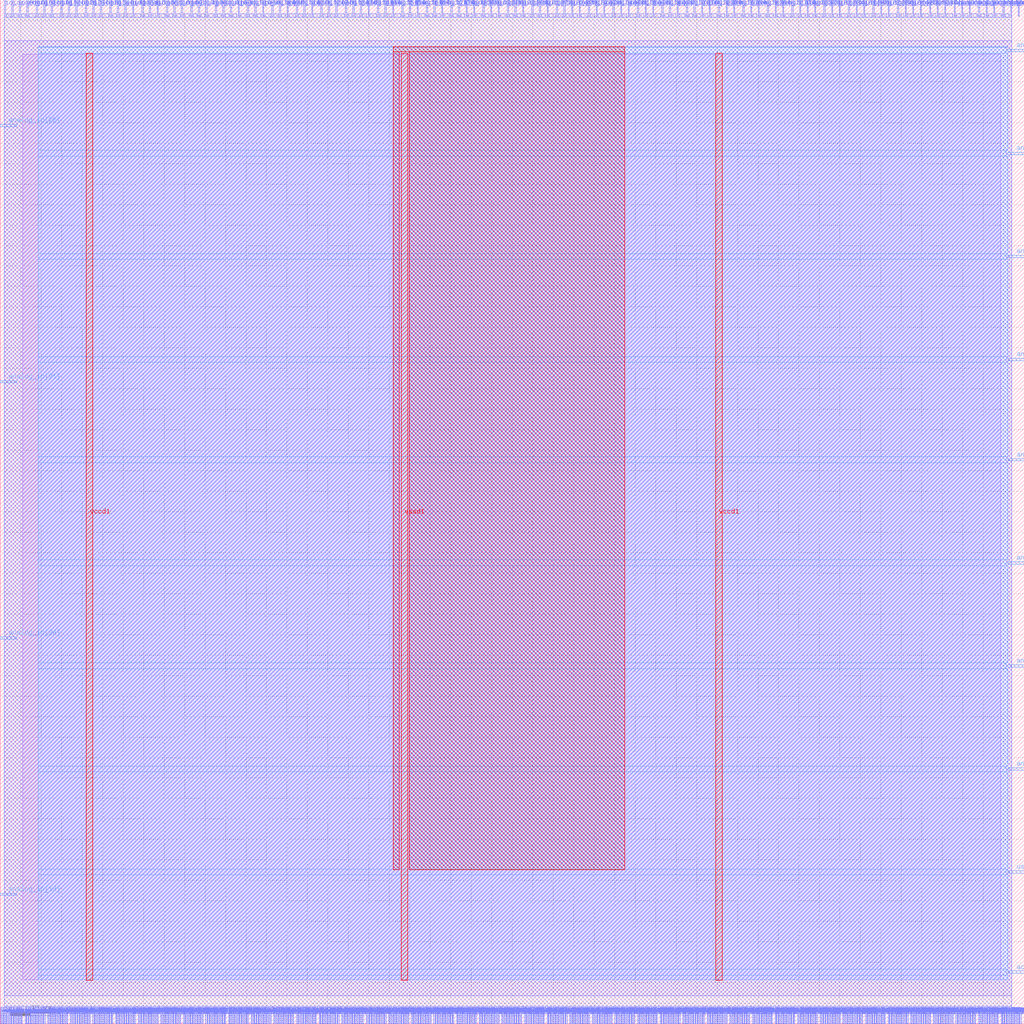
<source format=lef>
VERSION 5.7 ;
  NOWIREEXTENSIONATPIN ON ;
  DIVIDERCHAR "/" ;
  BUSBITCHARS "[]" ;
MACRO macro_no_decap
  CLASS BLOCK ;
  FOREIGN macro_no_decap ;
  ORIGIN 0.000 0.000 ;
  SIZE 250.000 BY 250.000 ;
  PIN active
    DIRECTION INPUT ;
    USE SIGNAL ;
    PORT
      LAYER met3 ;
        RECT 246.000 12.280 250.000 12.880 ;
    END
  END active
  PIN analog_io[0]
    DIRECTION INOUT ;
    USE SIGNAL ;
    PORT
      LAYER met2 ;
        RECT 228.710 246.000 228.990 250.000 ;
    END
  END analog_io[0]
  PIN analog_io[10]
    DIRECTION INOUT ;
    USE SIGNAL ;
    PORT
      LAYER met2 ;
        RECT 234.690 246.000 234.970 250.000 ;
    END
  END analog_io[10]
  PIN analog_io[11]
    DIRECTION INOUT ;
    USE SIGNAL ;
    PORT
      LAYER met2 ;
        RECT 248.030 0.000 248.310 4.000 ;
    END
  END analog_io[11]
  PIN analog_io[12]
    DIRECTION INOUT ;
    USE SIGNAL ;
    PORT
      LAYER met3 ;
        RECT 246.000 161.880 250.000 162.480 ;
    END
  END analog_io[12]
  PIN analog_io[13]
    DIRECTION INOUT ;
    USE SIGNAL ;
    PORT
      LAYER met2 ;
        RECT 248.490 0.000 248.770 4.000 ;
    END
  END analog_io[13]
  PIN analog_io[14]
    DIRECTION INOUT ;
    USE SIGNAL ;
    PORT
      LAYER met2 ;
        RECT 236.530 246.000 236.810 250.000 ;
    END
  END analog_io[14]
  PIN analog_io[15]
    DIRECTION INOUT ;
    USE SIGNAL ;
    PORT
      LAYER met2 ;
        RECT 248.950 0.000 249.230 4.000 ;
    END
  END analog_io[15]
  PIN analog_io[16]
    DIRECTION INOUT ;
    USE SIGNAL ;
    PORT
      LAYER met3 ;
        RECT 246.000 187.040 250.000 187.640 ;
    END
  END analog_io[16]
  PIN analog_io[17]
    DIRECTION INOUT ;
    USE SIGNAL ;
    PORT
      LAYER met2 ;
        RECT 238.830 246.000 239.110 250.000 ;
    END
  END analog_io[17]
  PIN analog_io[18]
    DIRECTION INOUT ;
    USE SIGNAL ;
    PORT
      LAYER met3 ;
        RECT 0.000 31.320 4.000 31.920 ;
    END
  END analog_io[18]
  PIN analog_io[19]
    DIRECTION INOUT ;
    USE SIGNAL ;
    PORT
      LAYER met2 ;
        RECT 240.670 246.000 240.950 250.000 ;
    END
  END analog_io[19]
  PIN analog_io[1]
    DIRECTION INOUT ;
    USE SIGNAL ;
    PORT
      LAYER met2 ;
        RECT 246.190 0.000 246.470 4.000 ;
    END
  END analog_io[1]
  PIN analog_io[20]
    DIRECTION INOUT ;
    USE SIGNAL ;
    PORT
      LAYER met3 ;
        RECT 246.000 212.200 250.000 212.800 ;
    END
  END analog_io[20]
  PIN analog_io[21]
    DIRECTION INOUT ;
    USE SIGNAL ;
    PORT
      LAYER met2 ;
        RECT 242.510 246.000 242.790 250.000 ;
    END
  END analog_io[21]
  PIN analog_io[22]
    DIRECTION INOUT ;
    USE SIGNAL ;
    PORT
      LAYER met2 ;
        RECT 244.810 246.000 245.090 250.000 ;
    END
  END analog_io[22]
  PIN analog_io[23]
    DIRECTION INOUT ;
    USE SIGNAL ;
    PORT
      LAYER met2 ;
        RECT 246.650 246.000 246.930 250.000 ;
    END
  END analog_io[23]
  PIN analog_io[24]
    DIRECTION INOUT ;
    USE SIGNAL ;
    PORT
      LAYER met3 ;
        RECT 0.000 93.880 4.000 94.480 ;
    END
  END analog_io[24]
  PIN analog_io[25]
    DIRECTION INOUT ;
    USE SIGNAL ;
    PORT
      LAYER met3 ;
        RECT 0.000 156.440 4.000 157.040 ;
    END
  END analog_io[25]
  PIN analog_io[26]
    DIRECTION INOUT ;
    USE SIGNAL ;
    PORT
      LAYER met2 ;
        RECT 248.490 246.000 248.770 250.000 ;
    END
  END analog_io[26]
  PIN analog_io[27]
    DIRECTION INOUT ;
    USE SIGNAL ;
    PORT
      LAYER met3 ;
        RECT 246.000 237.360 250.000 237.960 ;
    END
  END analog_io[27]
  PIN analog_io[28]
    DIRECTION INOUT ;
    USE SIGNAL ;
    PORT
      LAYER met3 ;
        RECT 0.000 219.000 4.000 219.600 ;
    END
  END analog_io[28]
  PIN analog_io[2]
    DIRECTION INOUT ;
    USE SIGNAL ;
    PORT
      LAYER met3 ;
        RECT 246.000 61.920 250.000 62.520 ;
    END
  END analog_io[2]
  PIN analog_io[3]
    DIRECTION INOUT ;
    USE SIGNAL ;
    PORT
      LAYER met2 ;
        RECT 247.110 0.000 247.390 4.000 ;
    END
  END analog_io[3]
  PIN analog_io[4]
    DIRECTION INOUT ;
    USE SIGNAL ;
    PORT
      LAYER met2 ;
        RECT 247.570 0.000 247.850 4.000 ;
    END
  END analog_io[4]
  PIN analog_io[5]
    DIRECTION INOUT ;
    USE SIGNAL ;
    PORT
      LAYER met3 ;
        RECT 246.000 87.080 250.000 87.680 ;
    END
  END analog_io[5]
  PIN analog_io[6]
    DIRECTION INOUT ;
    USE SIGNAL ;
    PORT
      LAYER met3 ;
        RECT 246.000 112.240 250.000 112.840 ;
    END
  END analog_io[6]
  PIN analog_io[7]
    DIRECTION INOUT ;
    USE SIGNAL ;
    PORT
      LAYER met2 ;
        RECT 230.550 246.000 230.830 250.000 ;
    END
  END analog_io[7]
  PIN analog_io[8]
    DIRECTION INOUT ;
    USE SIGNAL ;
    PORT
      LAYER met3 ;
        RECT 246.000 137.400 250.000 138.000 ;
    END
  END analog_io[8]
  PIN analog_io[9]
    DIRECTION INOUT ;
    USE SIGNAL ;
    PORT
      LAYER met2 ;
        RECT 232.850 246.000 233.130 250.000 ;
    END
  END analog_io[9]
  PIN io_in[0]
    DIRECTION INPUT ;
    USE SIGNAL ;
    PORT
      LAYER met2 ;
        RECT 1.010 246.000 1.290 250.000 ;
    END
  END io_in[0]
  PIN io_in[10]
    DIRECTION INPUT ;
    USE SIGNAL ;
    PORT
      LAYER met2 ;
        RECT 60.350 246.000 60.630 250.000 ;
    END
  END io_in[10]
  PIN io_in[11]
    DIRECTION INPUT ;
    USE SIGNAL ;
    PORT
      LAYER met2 ;
        RECT 66.330 246.000 66.610 250.000 ;
    END
  END io_in[11]
  PIN io_in[12]
    DIRECTION INPUT ;
    USE SIGNAL ;
    PORT
      LAYER met2 ;
        RECT 72.310 246.000 72.590 250.000 ;
    END
  END io_in[12]
  PIN io_in[13]
    DIRECTION INPUT ;
    USE SIGNAL ;
    PORT
      LAYER met2 ;
        RECT 78.290 246.000 78.570 250.000 ;
    END
  END io_in[13]
  PIN io_in[14]
    DIRECTION INPUT ;
    USE SIGNAL ;
    PORT
      LAYER met2 ;
        RECT 84.270 246.000 84.550 250.000 ;
    END
  END io_in[14]
  PIN io_in[15]
    DIRECTION INPUT ;
    USE SIGNAL ;
    PORT
      LAYER met2 ;
        RECT 89.790 246.000 90.070 250.000 ;
    END
  END io_in[15]
  PIN io_in[16]
    DIRECTION INPUT ;
    USE SIGNAL ;
    PORT
      LAYER met2 ;
        RECT 95.770 246.000 96.050 250.000 ;
    END
  END io_in[16]
  PIN io_in[17]
    DIRECTION INPUT ;
    USE SIGNAL ;
    PORT
      LAYER met2 ;
        RECT 101.750 246.000 102.030 250.000 ;
    END
  END io_in[17]
  PIN io_in[18]
    DIRECTION INPUT ;
    USE SIGNAL ;
    PORT
      LAYER met2 ;
        RECT 107.730 246.000 108.010 250.000 ;
    END
  END io_in[18]
  PIN io_in[19]
    DIRECTION INPUT ;
    USE SIGNAL ;
    PORT
      LAYER met2 ;
        RECT 113.710 246.000 113.990 250.000 ;
    END
  END io_in[19]
  PIN io_in[1]
    DIRECTION INPUT ;
    USE SIGNAL ;
    PORT
      LAYER met2 ;
        RECT 6.530 246.000 6.810 250.000 ;
    END
  END io_in[1]
  PIN io_in[20]
    DIRECTION INPUT ;
    USE SIGNAL ;
    PORT
      LAYER met2 ;
        RECT 119.690 246.000 119.970 250.000 ;
    END
  END io_in[20]
  PIN io_in[21]
    DIRECTION INPUT ;
    USE SIGNAL ;
    PORT
      LAYER met2 ;
        RECT 125.670 246.000 125.950 250.000 ;
    END
  END io_in[21]
  PIN io_in[22]
    DIRECTION INPUT ;
    USE SIGNAL ;
    PORT
      LAYER met2 ;
        RECT 131.650 246.000 131.930 250.000 ;
    END
  END io_in[22]
  PIN io_in[23]
    DIRECTION INPUT ;
    USE SIGNAL ;
    PORT
      LAYER met2 ;
        RECT 137.630 246.000 137.910 250.000 ;
    END
  END io_in[23]
  PIN io_in[24]
    DIRECTION INPUT ;
    USE SIGNAL ;
    PORT
      LAYER met2 ;
        RECT 143.610 246.000 143.890 250.000 ;
    END
  END io_in[24]
  PIN io_in[25]
    DIRECTION INPUT ;
    USE SIGNAL ;
    PORT
      LAYER met2 ;
        RECT 149.590 246.000 149.870 250.000 ;
    END
  END io_in[25]
  PIN io_in[26]
    DIRECTION INPUT ;
    USE SIGNAL ;
    PORT
      LAYER met2 ;
        RECT 155.570 246.000 155.850 250.000 ;
    END
  END io_in[26]
  PIN io_in[27]
    DIRECTION INPUT ;
    USE SIGNAL ;
    PORT
      LAYER met2 ;
        RECT 161.550 246.000 161.830 250.000 ;
    END
  END io_in[27]
  PIN io_in[28]
    DIRECTION INPUT ;
    USE SIGNAL ;
    PORT
      LAYER met2 ;
        RECT 167.530 246.000 167.810 250.000 ;
    END
  END io_in[28]
  PIN io_in[29]
    DIRECTION INPUT ;
    USE SIGNAL ;
    PORT
      LAYER met2 ;
        RECT 173.050 246.000 173.330 250.000 ;
    END
  END io_in[29]
  PIN io_in[2]
    DIRECTION INPUT ;
    USE SIGNAL ;
    PORT
      LAYER met2 ;
        RECT 12.510 246.000 12.790 250.000 ;
    END
  END io_in[2]
  PIN io_in[30]
    DIRECTION INPUT ;
    USE SIGNAL ;
    PORT
      LAYER met2 ;
        RECT 179.030 246.000 179.310 250.000 ;
    END
  END io_in[30]
  PIN io_in[31]
    DIRECTION INPUT ;
    USE SIGNAL ;
    PORT
      LAYER met2 ;
        RECT 185.010 246.000 185.290 250.000 ;
    END
  END io_in[31]
  PIN io_in[32]
    DIRECTION INPUT ;
    USE SIGNAL ;
    PORT
      LAYER met2 ;
        RECT 190.990 246.000 191.270 250.000 ;
    END
  END io_in[32]
  PIN io_in[33]
    DIRECTION INPUT ;
    USE SIGNAL ;
    PORT
      LAYER met2 ;
        RECT 196.970 246.000 197.250 250.000 ;
    END
  END io_in[33]
  PIN io_in[34]
    DIRECTION INPUT ;
    USE SIGNAL ;
    PORT
      LAYER met2 ;
        RECT 202.950 246.000 203.230 250.000 ;
    END
  END io_in[34]
  PIN io_in[35]
    DIRECTION INPUT ;
    USE SIGNAL ;
    PORT
      LAYER met2 ;
        RECT 208.930 246.000 209.210 250.000 ;
    END
  END io_in[35]
  PIN io_in[36]
    DIRECTION INPUT ;
    USE SIGNAL ;
    PORT
      LAYER met2 ;
        RECT 214.910 246.000 215.190 250.000 ;
    END
  END io_in[36]
  PIN io_in[37]
    DIRECTION INPUT ;
    USE SIGNAL ;
    PORT
      LAYER met2 ;
        RECT 220.890 246.000 221.170 250.000 ;
    END
  END io_in[37]
  PIN io_in[3]
    DIRECTION INPUT ;
    USE SIGNAL ;
    PORT
      LAYER met2 ;
        RECT 18.490 246.000 18.770 250.000 ;
    END
  END io_in[3]
  PIN io_in[4]
    DIRECTION INPUT ;
    USE SIGNAL ;
    PORT
      LAYER met2 ;
        RECT 24.470 246.000 24.750 250.000 ;
    END
  END io_in[4]
  PIN io_in[5]
    DIRECTION INPUT ;
    USE SIGNAL ;
    PORT
      LAYER met2 ;
        RECT 30.450 246.000 30.730 250.000 ;
    END
  END io_in[5]
  PIN io_in[6]
    DIRECTION INPUT ;
    USE SIGNAL ;
    PORT
      LAYER met2 ;
        RECT 36.430 246.000 36.710 250.000 ;
    END
  END io_in[6]
  PIN io_in[7]
    DIRECTION INPUT ;
    USE SIGNAL ;
    PORT
      LAYER met2 ;
        RECT 42.410 246.000 42.690 250.000 ;
    END
  END io_in[7]
  PIN io_in[8]
    DIRECTION INPUT ;
    USE SIGNAL ;
    PORT
      LAYER met2 ;
        RECT 48.390 246.000 48.670 250.000 ;
    END
  END io_in[8]
  PIN io_in[9]
    DIRECTION INPUT ;
    USE SIGNAL ;
    PORT
      LAYER met2 ;
        RECT 54.370 246.000 54.650 250.000 ;
    END
  END io_in[9]
  PIN io_oeb[0]
    DIRECTION OUTPUT TRISTATE ;
    USE SIGNAL ;
    PORT
      LAYER met2 ;
        RECT 2.850 246.000 3.130 250.000 ;
    END
  END io_oeb[0]
  PIN io_oeb[10]
    DIRECTION OUTPUT TRISTATE ;
    USE SIGNAL ;
    PORT
      LAYER met2 ;
        RECT 62.190 246.000 62.470 250.000 ;
    END
  END io_oeb[10]
  PIN io_oeb[11]
    DIRECTION OUTPUT TRISTATE ;
    USE SIGNAL ;
    PORT
      LAYER met2 ;
        RECT 68.170 246.000 68.450 250.000 ;
    END
  END io_oeb[11]
  PIN io_oeb[12]
    DIRECTION OUTPUT TRISTATE ;
    USE SIGNAL ;
    PORT
      LAYER met2 ;
        RECT 74.150 246.000 74.430 250.000 ;
    END
  END io_oeb[12]
  PIN io_oeb[13]
    DIRECTION OUTPUT TRISTATE ;
    USE SIGNAL ;
    PORT
      LAYER met2 ;
        RECT 80.130 246.000 80.410 250.000 ;
    END
  END io_oeb[13]
  PIN io_oeb[14]
    DIRECTION OUTPUT TRISTATE ;
    USE SIGNAL ;
    PORT
      LAYER met2 ;
        RECT 86.110 246.000 86.390 250.000 ;
    END
  END io_oeb[14]
  PIN io_oeb[15]
    DIRECTION OUTPUT TRISTATE ;
    USE SIGNAL ;
    PORT
      LAYER met2 ;
        RECT 92.090 246.000 92.370 250.000 ;
    END
  END io_oeb[15]
  PIN io_oeb[16]
    DIRECTION OUTPUT TRISTATE ;
    USE SIGNAL ;
    PORT
      LAYER met2 ;
        RECT 98.070 246.000 98.350 250.000 ;
    END
  END io_oeb[16]
  PIN io_oeb[17]
    DIRECTION OUTPUT TRISTATE ;
    USE SIGNAL ;
    PORT
      LAYER met2 ;
        RECT 104.050 246.000 104.330 250.000 ;
    END
  END io_oeb[17]
  PIN io_oeb[18]
    DIRECTION OUTPUT TRISTATE ;
    USE SIGNAL ;
    PORT
      LAYER met2 ;
        RECT 110.030 246.000 110.310 250.000 ;
    END
  END io_oeb[18]
  PIN io_oeb[19]
    DIRECTION OUTPUT TRISTATE ;
    USE SIGNAL ;
    PORT
      LAYER met2 ;
        RECT 115.550 246.000 115.830 250.000 ;
    END
  END io_oeb[19]
  PIN io_oeb[1]
    DIRECTION OUTPUT TRISTATE ;
    USE SIGNAL ;
    PORT
      LAYER met2 ;
        RECT 8.830 246.000 9.110 250.000 ;
    END
  END io_oeb[1]
  PIN io_oeb[20]
    DIRECTION OUTPUT TRISTATE ;
    USE SIGNAL ;
    PORT
      LAYER met2 ;
        RECT 121.530 246.000 121.810 250.000 ;
    END
  END io_oeb[20]
  PIN io_oeb[21]
    DIRECTION OUTPUT TRISTATE ;
    USE SIGNAL ;
    PORT
      LAYER met2 ;
        RECT 127.510 246.000 127.790 250.000 ;
    END
  END io_oeb[21]
  PIN io_oeb[22]
    DIRECTION OUTPUT TRISTATE ;
    USE SIGNAL ;
    PORT
      LAYER met2 ;
        RECT 133.490 246.000 133.770 250.000 ;
    END
  END io_oeb[22]
  PIN io_oeb[23]
    DIRECTION OUTPUT TRISTATE ;
    USE SIGNAL ;
    PORT
      LAYER met2 ;
        RECT 139.470 246.000 139.750 250.000 ;
    END
  END io_oeb[23]
  PIN io_oeb[24]
    DIRECTION OUTPUT TRISTATE ;
    USE SIGNAL ;
    PORT
      LAYER met2 ;
        RECT 145.450 246.000 145.730 250.000 ;
    END
  END io_oeb[24]
  PIN io_oeb[25]
    DIRECTION OUTPUT TRISTATE ;
    USE SIGNAL ;
    PORT
      LAYER met2 ;
        RECT 151.430 246.000 151.710 250.000 ;
    END
  END io_oeb[25]
  PIN io_oeb[26]
    DIRECTION OUTPUT TRISTATE ;
    USE SIGNAL ;
    PORT
      LAYER met2 ;
        RECT 157.410 246.000 157.690 250.000 ;
    END
  END io_oeb[26]
  PIN io_oeb[27]
    DIRECTION OUTPUT TRISTATE ;
    USE SIGNAL ;
    PORT
      LAYER met2 ;
        RECT 163.390 246.000 163.670 250.000 ;
    END
  END io_oeb[27]
  PIN io_oeb[28]
    DIRECTION OUTPUT TRISTATE ;
    USE SIGNAL ;
    PORT
      LAYER met2 ;
        RECT 169.370 246.000 169.650 250.000 ;
    END
  END io_oeb[28]
  PIN io_oeb[29]
    DIRECTION OUTPUT TRISTATE ;
    USE SIGNAL ;
    PORT
      LAYER met2 ;
        RECT 175.350 246.000 175.630 250.000 ;
    END
  END io_oeb[29]
  PIN io_oeb[2]
    DIRECTION OUTPUT TRISTATE ;
    USE SIGNAL ;
    PORT
      LAYER met2 ;
        RECT 14.810 246.000 15.090 250.000 ;
    END
  END io_oeb[2]
  PIN io_oeb[30]
    DIRECTION OUTPUT TRISTATE ;
    USE SIGNAL ;
    PORT
      LAYER met2 ;
        RECT 181.330 246.000 181.610 250.000 ;
    END
  END io_oeb[30]
  PIN io_oeb[31]
    DIRECTION OUTPUT TRISTATE ;
    USE SIGNAL ;
    PORT
      LAYER met2 ;
        RECT 187.310 246.000 187.590 250.000 ;
    END
  END io_oeb[31]
  PIN io_oeb[32]
    DIRECTION OUTPUT TRISTATE ;
    USE SIGNAL ;
    PORT
      LAYER met2 ;
        RECT 193.290 246.000 193.570 250.000 ;
    END
  END io_oeb[32]
  PIN io_oeb[33]
    DIRECTION OUTPUT TRISTATE ;
    USE SIGNAL ;
    PORT
      LAYER met2 ;
        RECT 198.810 246.000 199.090 250.000 ;
    END
  END io_oeb[33]
  PIN io_oeb[34]
    DIRECTION OUTPUT TRISTATE ;
    USE SIGNAL ;
    PORT
      LAYER met2 ;
        RECT 204.790 246.000 205.070 250.000 ;
    END
  END io_oeb[34]
  PIN io_oeb[35]
    DIRECTION OUTPUT TRISTATE ;
    USE SIGNAL ;
    PORT
      LAYER met2 ;
        RECT 210.770 246.000 211.050 250.000 ;
    END
  END io_oeb[35]
  PIN io_oeb[36]
    DIRECTION OUTPUT TRISTATE ;
    USE SIGNAL ;
    PORT
      LAYER met2 ;
        RECT 216.750 246.000 217.030 250.000 ;
    END
  END io_oeb[36]
  PIN io_oeb[37]
    DIRECTION OUTPUT TRISTATE ;
    USE SIGNAL ;
    PORT
      LAYER met2 ;
        RECT 222.730 246.000 223.010 250.000 ;
    END
  END io_oeb[37]
  PIN io_oeb[3]
    DIRECTION OUTPUT TRISTATE ;
    USE SIGNAL ;
    PORT
      LAYER met2 ;
        RECT 20.790 246.000 21.070 250.000 ;
    END
  END io_oeb[3]
  PIN io_oeb[4]
    DIRECTION OUTPUT TRISTATE ;
    USE SIGNAL ;
    PORT
      LAYER met2 ;
        RECT 26.770 246.000 27.050 250.000 ;
    END
  END io_oeb[4]
  PIN io_oeb[5]
    DIRECTION OUTPUT TRISTATE ;
    USE SIGNAL ;
    PORT
      LAYER met2 ;
        RECT 32.290 246.000 32.570 250.000 ;
    END
  END io_oeb[5]
  PIN io_oeb[6]
    DIRECTION OUTPUT TRISTATE ;
    USE SIGNAL ;
    PORT
      LAYER met2 ;
        RECT 38.270 246.000 38.550 250.000 ;
    END
  END io_oeb[6]
  PIN io_oeb[7]
    DIRECTION OUTPUT TRISTATE ;
    USE SIGNAL ;
    PORT
      LAYER met2 ;
        RECT 44.250 246.000 44.530 250.000 ;
    END
  END io_oeb[7]
  PIN io_oeb[8]
    DIRECTION OUTPUT TRISTATE ;
    USE SIGNAL ;
    PORT
      LAYER met2 ;
        RECT 50.230 246.000 50.510 250.000 ;
    END
  END io_oeb[8]
  PIN io_oeb[9]
    DIRECTION OUTPUT TRISTATE ;
    USE SIGNAL ;
    PORT
      LAYER met2 ;
        RECT 56.210 246.000 56.490 250.000 ;
    END
  END io_oeb[9]
  PIN io_out[0]
    DIRECTION OUTPUT TRISTATE ;
    USE SIGNAL ;
    PORT
      LAYER met2 ;
        RECT 4.690 246.000 4.970 250.000 ;
    END
  END io_out[0]
  PIN io_out[10]
    DIRECTION OUTPUT TRISTATE ;
    USE SIGNAL ;
    PORT
      LAYER met2 ;
        RECT 64.030 246.000 64.310 250.000 ;
    END
  END io_out[10]
  PIN io_out[11]
    DIRECTION OUTPUT TRISTATE ;
    USE SIGNAL ;
    PORT
      LAYER met2 ;
        RECT 70.010 246.000 70.290 250.000 ;
    END
  END io_out[11]
  PIN io_out[12]
    DIRECTION OUTPUT TRISTATE ;
    USE SIGNAL ;
    PORT
      LAYER met2 ;
        RECT 75.990 246.000 76.270 250.000 ;
    END
  END io_out[12]
  PIN io_out[13]
    DIRECTION OUTPUT TRISTATE ;
    USE SIGNAL ;
    PORT
      LAYER met2 ;
        RECT 81.970 246.000 82.250 250.000 ;
    END
  END io_out[13]
  PIN io_out[14]
    DIRECTION OUTPUT TRISTATE ;
    USE SIGNAL ;
    PORT
      LAYER met2 ;
        RECT 87.950 246.000 88.230 250.000 ;
    END
  END io_out[14]
  PIN io_out[15]
    DIRECTION OUTPUT TRISTATE ;
    USE SIGNAL ;
    PORT
      LAYER met2 ;
        RECT 93.930 246.000 94.210 250.000 ;
    END
  END io_out[15]
  PIN io_out[16]
    DIRECTION OUTPUT TRISTATE ;
    USE SIGNAL ;
    PORT
      LAYER met2 ;
        RECT 99.910 246.000 100.190 250.000 ;
    END
  END io_out[16]
  PIN io_out[17]
    DIRECTION OUTPUT TRISTATE ;
    USE SIGNAL ;
    PORT
      LAYER met2 ;
        RECT 105.890 246.000 106.170 250.000 ;
    END
  END io_out[17]
  PIN io_out[18]
    DIRECTION OUTPUT TRISTATE ;
    USE SIGNAL ;
    PORT
      LAYER met2 ;
        RECT 111.870 246.000 112.150 250.000 ;
    END
  END io_out[18]
  PIN io_out[19]
    DIRECTION OUTPUT TRISTATE ;
    USE SIGNAL ;
    PORT
      LAYER met2 ;
        RECT 117.850 246.000 118.130 250.000 ;
    END
  END io_out[19]
  PIN io_out[1]
    DIRECTION OUTPUT TRISTATE ;
    USE SIGNAL ;
    PORT
      LAYER met2 ;
        RECT 10.670 246.000 10.950 250.000 ;
    END
  END io_out[1]
  PIN io_out[20]
    DIRECTION OUTPUT TRISTATE ;
    USE SIGNAL ;
    PORT
      LAYER met2 ;
        RECT 123.830 246.000 124.110 250.000 ;
    END
  END io_out[20]
  PIN io_out[21]
    DIRECTION OUTPUT TRISTATE ;
    USE SIGNAL ;
    PORT
      LAYER met2 ;
        RECT 129.810 246.000 130.090 250.000 ;
    END
  END io_out[21]
  PIN io_out[22]
    DIRECTION OUTPUT TRISTATE ;
    USE SIGNAL ;
    PORT
      LAYER met2 ;
        RECT 135.790 246.000 136.070 250.000 ;
    END
  END io_out[22]
  PIN io_out[23]
    DIRECTION OUTPUT TRISTATE ;
    USE SIGNAL ;
    PORT
      LAYER met2 ;
        RECT 141.310 246.000 141.590 250.000 ;
    END
  END io_out[23]
  PIN io_out[24]
    DIRECTION OUTPUT TRISTATE ;
    USE SIGNAL ;
    PORT
      LAYER met2 ;
        RECT 147.290 246.000 147.570 250.000 ;
    END
  END io_out[24]
  PIN io_out[25]
    DIRECTION OUTPUT TRISTATE ;
    USE SIGNAL ;
    PORT
      LAYER met2 ;
        RECT 153.270 246.000 153.550 250.000 ;
    END
  END io_out[25]
  PIN io_out[26]
    DIRECTION OUTPUT TRISTATE ;
    USE SIGNAL ;
    PORT
      LAYER met2 ;
        RECT 159.250 246.000 159.530 250.000 ;
    END
  END io_out[26]
  PIN io_out[27]
    DIRECTION OUTPUT TRISTATE ;
    USE SIGNAL ;
    PORT
      LAYER met2 ;
        RECT 165.230 246.000 165.510 250.000 ;
    END
  END io_out[27]
  PIN io_out[28]
    DIRECTION OUTPUT TRISTATE ;
    USE SIGNAL ;
    PORT
      LAYER met2 ;
        RECT 171.210 246.000 171.490 250.000 ;
    END
  END io_out[28]
  PIN io_out[29]
    DIRECTION OUTPUT TRISTATE ;
    USE SIGNAL ;
    PORT
      LAYER met2 ;
        RECT 177.190 246.000 177.470 250.000 ;
    END
  END io_out[29]
  PIN io_out[2]
    DIRECTION OUTPUT TRISTATE ;
    USE SIGNAL ;
    PORT
      LAYER met2 ;
        RECT 16.650 246.000 16.930 250.000 ;
    END
  END io_out[2]
  PIN io_out[30]
    DIRECTION OUTPUT TRISTATE ;
    USE SIGNAL ;
    PORT
      LAYER met2 ;
        RECT 183.170 246.000 183.450 250.000 ;
    END
  END io_out[30]
  PIN io_out[31]
    DIRECTION OUTPUT TRISTATE ;
    USE SIGNAL ;
    PORT
      LAYER met2 ;
        RECT 189.150 246.000 189.430 250.000 ;
    END
  END io_out[31]
  PIN io_out[32]
    DIRECTION OUTPUT TRISTATE ;
    USE SIGNAL ;
    PORT
      LAYER met2 ;
        RECT 195.130 246.000 195.410 250.000 ;
    END
  END io_out[32]
  PIN io_out[33]
    DIRECTION OUTPUT TRISTATE ;
    USE SIGNAL ;
    PORT
      LAYER met2 ;
        RECT 201.110 246.000 201.390 250.000 ;
    END
  END io_out[33]
  PIN io_out[34]
    DIRECTION OUTPUT TRISTATE ;
    USE SIGNAL ;
    PORT
      LAYER met2 ;
        RECT 207.090 246.000 207.370 250.000 ;
    END
  END io_out[34]
  PIN io_out[35]
    DIRECTION OUTPUT TRISTATE ;
    USE SIGNAL ;
    PORT
      LAYER met2 ;
        RECT 213.070 246.000 213.350 250.000 ;
    END
  END io_out[35]
  PIN io_out[36]
    DIRECTION OUTPUT TRISTATE ;
    USE SIGNAL ;
    PORT
      LAYER met2 ;
        RECT 219.050 246.000 219.330 250.000 ;
    END
  END io_out[36]
  PIN io_out[37]
    DIRECTION OUTPUT TRISTATE ;
    USE SIGNAL ;
    PORT
      LAYER met2 ;
        RECT 224.570 246.000 224.850 250.000 ;
    END
  END io_out[37]
  PIN io_out[3]
    DIRECTION OUTPUT TRISTATE ;
    USE SIGNAL ;
    PORT
      LAYER met2 ;
        RECT 22.630 246.000 22.910 250.000 ;
    END
  END io_out[3]
  PIN io_out[4]
    DIRECTION OUTPUT TRISTATE ;
    USE SIGNAL ;
    PORT
      LAYER met2 ;
        RECT 28.610 246.000 28.890 250.000 ;
    END
  END io_out[4]
  PIN io_out[5]
    DIRECTION OUTPUT TRISTATE ;
    USE SIGNAL ;
    PORT
      LAYER met2 ;
        RECT 34.590 246.000 34.870 250.000 ;
    END
  END io_out[5]
  PIN io_out[6]
    DIRECTION OUTPUT TRISTATE ;
    USE SIGNAL ;
    PORT
      LAYER met2 ;
        RECT 40.570 246.000 40.850 250.000 ;
    END
  END io_out[6]
  PIN io_out[7]
    DIRECTION OUTPUT TRISTATE ;
    USE SIGNAL ;
    PORT
      LAYER met2 ;
        RECT 46.550 246.000 46.830 250.000 ;
    END
  END io_out[7]
  PIN io_out[8]
    DIRECTION OUTPUT TRISTATE ;
    USE SIGNAL ;
    PORT
      LAYER met2 ;
        RECT 52.530 246.000 52.810 250.000 ;
    END
  END io_out[8]
  PIN io_out[9]
    DIRECTION OUTPUT TRISTATE ;
    USE SIGNAL ;
    PORT
      LAYER met2 ;
        RECT 58.050 246.000 58.330 250.000 ;
    END
  END io_out[9]
  PIN la_data_in[0]
    DIRECTION INPUT ;
    USE SIGNAL ;
    PORT
      LAYER met2 ;
        RECT 52.990 0.000 53.270 4.000 ;
    END
  END la_data_in[0]
  PIN la_data_in[100]
    DIRECTION INPUT ;
    USE SIGNAL ;
    PORT
      LAYER met2 ;
        RECT 203.410 0.000 203.690 4.000 ;
    END
  END la_data_in[100]
  PIN la_data_in[101]
    DIRECTION INPUT ;
    USE SIGNAL ;
    PORT
      LAYER met2 ;
        RECT 204.790 0.000 205.070 4.000 ;
    END
  END la_data_in[101]
  PIN la_data_in[102]
    DIRECTION INPUT ;
    USE SIGNAL ;
    PORT
      LAYER met2 ;
        RECT 206.630 0.000 206.910 4.000 ;
    END
  END la_data_in[102]
  PIN la_data_in[103]
    DIRECTION INPUT ;
    USE SIGNAL ;
    PORT
      LAYER met2 ;
        RECT 208.010 0.000 208.290 4.000 ;
    END
  END la_data_in[103]
  PIN la_data_in[104]
    DIRECTION INPUT ;
    USE SIGNAL ;
    PORT
      LAYER met2 ;
        RECT 209.390 0.000 209.670 4.000 ;
    END
  END la_data_in[104]
  PIN la_data_in[105]
    DIRECTION INPUT ;
    USE SIGNAL ;
    PORT
      LAYER met2 ;
        RECT 211.230 0.000 211.510 4.000 ;
    END
  END la_data_in[105]
  PIN la_data_in[106]
    DIRECTION INPUT ;
    USE SIGNAL ;
    PORT
      LAYER met2 ;
        RECT 212.610 0.000 212.890 4.000 ;
    END
  END la_data_in[106]
  PIN la_data_in[107]
    DIRECTION INPUT ;
    USE SIGNAL ;
    PORT
      LAYER met2 ;
        RECT 213.990 0.000 214.270 4.000 ;
    END
  END la_data_in[107]
  PIN la_data_in[108]
    DIRECTION INPUT ;
    USE SIGNAL ;
    PORT
      LAYER met2 ;
        RECT 215.370 0.000 215.650 4.000 ;
    END
  END la_data_in[108]
  PIN la_data_in[109]
    DIRECTION INPUT ;
    USE SIGNAL ;
    PORT
      LAYER met2 ;
        RECT 217.210 0.000 217.490 4.000 ;
    END
  END la_data_in[109]
  PIN la_data_in[10]
    DIRECTION INPUT ;
    USE SIGNAL ;
    PORT
      LAYER met2 ;
        RECT 68.170 0.000 68.450 4.000 ;
    END
  END la_data_in[10]
  PIN la_data_in[110]
    DIRECTION INPUT ;
    USE SIGNAL ;
    PORT
      LAYER met2 ;
        RECT 218.590 0.000 218.870 4.000 ;
    END
  END la_data_in[110]
  PIN la_data_in[111]
    DIRECTION INPUT ;
    USE SIGNAL ;
    PORT
      LAYER met2 ;
        RECT 219.970 0.000 220.250 4.000 ;
    END
  END la_data_in[111]
  PIN la_data_in[112]
    DIRECTION INPUT ;
    USE SIGNAL ;
    PORT
      LAYER met2 ;
        RECT 221.350 0.000 221.630 4.000 ;
    END
  END la_data_in[112]
  PIN la_data_in[113]
    DIRECTION INPUT ;
    USE SIGNAL ;
    PORT
      LAYER met2 ;
        RECT 223.190 0.000 223.470 4.000 ;
    END
  END la_data_in[113]
  PIN la_data_in[114]
    DIRECTION INPUT ;
    USE SIGNAL ;
    PORT
      LAYER met2 ;
        RECT 224.570 0.000 224.850 4.000 ;
    END
  END la_data_in[114]
  PIN la_data_in[115]
    DIRECTION INPUT ;
    USE SIGNAL ;
    PORT
      LAYER met2 ;
        RECT 225.950 0.000 226.230 4.000 ;
    END
  END la_data_in[115]
  PIN la_data_in[116]
    DIRECTION INPUT ;
    USE SIGNAL ;
    PORT
      LAYER met2 ;
        RECT 227.790 0.000 228.070 4.000 ;
    END
  END la_data_in[116]
  PIN la_data_in[117]
    DIRECTION INPUT ;
    USE SIGNAL ;
    PORT
      LAYER met2 ;
        RECT 229.170 0.000 229.450 4.000 ;
    END
  END la_data_in[117]
  PIN la_data_in[118]
    DIRECTION INPUT ;
    USE SIGNAL ;
    PORT
      LAYER met2 ;
        RECT 230.550 0.000 230.830 4.000 ;
    END
  END la_data_in[118]
  PIN la_data_in[119]
    DIRECTION INPUT ;
    USE SIGNAL ;
    PORT
      LAYER met2 ;
        RECT 231.930 0.000 232.210 4.000 ;
    END
  END la_data_in[119]
  PIN la_data_in[11]
    DIRECTION INPUT ;
    USE SIGNAL ;
    PORT
      LAYER met2 ;
        RECT 69.550 0.000 69.830 4.000 ;
    END
  END la_data_in[11]
  PIN la_data_in[120]
    DIRECTION INPUT ;
    USE SIGNAL ;
    PORT
      LAYER met2 ;
        RECT 233.770 0.000 234.050 4.000 ;
    END
  END la_data_in[120]
  PIN la_data_in[121]
    DIRECTION INPUT ;
    USE SIGNAL ;
    PORT
      LAYER met2 ;
        RECT 235.150 0.000 235.430 4.000 ;
    END
  END la_data_in[121]
  PIN la_data_in[122]
    DIRECTION INPUT ;
    USE SIGNAL ;
    PORT
      LAYER met2 ;
        RECT 236.530 0.000 236.810 4.000 ;
    END
  END la_data_in[122]
  PIN la_data_in[123]
    DIRECTION INPUT ;
    USE SIGNAL ;
    PORT
      LAYER met2 ;
        RECT 237.910 0.000 238.190 4.000 ;
    END
  END la_data_in[123]
  PIN la_data_in[124]
    DIRECTION INPUT ;
    USE SIGNAL ;
    PORT
      LAYER met2 ;
        RECT 239.750 0.000 240.030 4.000 ;
    END
  END la_data_in[124]
  PIN la_data_in[125]
    DIRECTION INPUT ;
    USE SIGNAL ;
    PORT
      LAYER met2 ;
        RECT 241.130 0.000 241.410 4.000 ;
    END
  END la_data_in[125]
  PIN la_data_in[126]
    DIRECTION INPUT ;
    USE SIGNAL ;
    PORT
      LAYER met2 ;
        RECT 242.510 0.000 242.790 4.000 ;
    END
  END la_data_in[126]
  PIN la_data_in[127]
    DIRECTION INPUT ;
    USE SIGNAL ;
    PORT
      LAYER met2 ;
        RECT 244.350 0.000 244.630 4.000 ;
    END
  END la_data_in[127]
  PIN la_data_in[12]
    DIRECTION INPUT ;
    USE SIGNAL ;
    PORT
      LAYER met2 ;
        RECT 70.930 0.000 71.210 4.000 ;
    END
  END la_data_in[12]
  PIN la_data_in[13]
    DIRECTION INPUT ;
    USE SIGNAL ;
    PORT
      LAYER met2 ;
        RECT 72.770 0.000 73.050 4.000 ;
    END
  END la_data_in[13]
  PIN la_data_in[14]
    DIRECTION INPUT ;
    USE SIGNAL ;
    PORT
      LAYER met2 ;
        RECT 74.150 0.000 74.430 4.000 ;
    END
  END la_data_in[14]
  PIN la_data_in[15]
    DIRECTION INPUT ;
    USE SIGNAL ;
    PORT
      LAYER met2 ;
        RECT 75.530 0.000 75.810 4.000 ;
    END
  END la_data_in[15]
  PIN la_data_in[16]
    DIRECTION INPUT ;
    USE SIGNAL ;
    PORT
      LAYER met2 ;
        RECT 76.910 0.000 77.190 4.000 ;
    END
  END la_data_in[16]
  PIN la_data_in[17]
    DIRECTION INPUT ;
    USE SIGNAL ;
    PORT
      LAYER met2 ;
        RECT 78.750 0.000 79.030 4.000 ;
    END
  END la_data_in[17]
  PIN la_data_in[18]
    DIRECTION INPUT ;
    USE SIGNAL ;
    PORT
      LAYER met2 ;
        RECT 80.130 0.000 80.410 4.000 ;
    END
  END la_data_in[18]
  PIN la_data_in[19]
    DIRECTION INPUT ;
    USE SIGNAL ;
    PORT
      LAYER met2 ;
        RECT 81.510 0.000 81.790 4.000 ;
    END
  END la_data_in[19]
  PIN la_data_in[1]
    DIRECTION INPUT ;
    USE SIGNAL ;
    PORT
      LAYER met2 ;
        RECT 54.370 0.000 54.650 4.000 ;
    END
  END la_data_in[1]
  PIN la_data_in[20]
    DIRECTION INPUT ;
    USE SIGNAL ;
    PORT
      LAYER met2 ;
        RECT 83.350 0.000 83.630 4.000 ;
    END
  END la_data_in[20]
  PIN la_data_in[21]
    DIRECTION INPUT ;
    USE SIGNAL ;
    PORT
      LAYER met2 ;
        RECT 84.730 0.000 85.010 4.000 ;
    END
  END la_data_in[21]
  PIN la_data_in[22]
    DIRECTION INPUT ;
    USE SIGNAL ;
    PORT
      LAYER met2 ;
        RECT 86.110 0.000 86.390 4.000 ;
    END
  END la_data_in[22]
  PIN la_data_in[23]
    DIRECTION INPUT ;
    USE SIGNAL ;
    PORT
      LAYER met2 ;
        RECT 87.490 0.000 87.770 4.000 ;
    END
  END la_data_in[23]
  PIN la_data_in[24]
    DIRECTION INPUT ;
    USE SIGNAL ;
    PORT
      LAYER met2 ;
        RECT 89.330 0.000 89.610 4.000 ;
    END
  END la_data_in[24]
  PIN la_data_in[25]
    DIRECTION INPUT ;
    USE SIGNAL ;
    PORT
      LAYER met2 ;
        RECT 90.710 0.000 90.990 4.000 ;
    END
  END la_data_in[25]
  PIN la_data_in[26]
    DIRECTION INPUT ;
    USE SIGNAL ;
    PORT
      LAYER met2 ;
        RECT 92.090 0.000 92.370 4.000 ;
    END
  END la_data_in[26]
  PIN la_data_in[27]
    DIRECTION INPUT ;
    USE SIGNAL ;
    PORT
      LAYER met2 ;
        RECT 93.470 0.000 93.750 4.000 ;
    END
  END la_data_in[27]
  PIN la_data_in[28]
    DIRECTION INPUT ;
    USE SIGNAL ;
    PORT
      LAYER met2 ;
        RECT 95.310 0.000 95.590 4.000 ;
    END
  END la_data_in[28]
  PIN la_data_in[29]
    DIRECTION INPUT ;
    USE SIGNAL ;
    PORT
      LAYER met2 ;
        RECT 96.690 0.000 96.970 4.000 ;
    END
  END la_data_in[29]
  PIN la_data_in[2]
    DIRECTION INPUT ;
    USE SIGNAL ;
    PORT
      LAYER met2 ;
        RECT 56.210 0.000 56.490 4.000 ;
    END
  END la_data_in[2]
  PIN la_data_in[30]
    DIRECTION INPUT ;
    USE SIGNAL ;
    PORT
      LAYER met2 ;
        RECT 98.070 0.000 98.350 4.000 ;
    END
  END la_data_in[30]
  PIN la_data_in[31]
    DIRECTION INPUT ;
    USE SIGNAL ;
    PORT
      LAYER met2 ;
        RECT 99.450 0.000 99.730 4.000 ;
    END
  END la_data_in[31]
  PIN la_data_in[32]
    DIRECTION INPUT ;
    USE SIGNAL ;
    PORT
      LAYER met2 ;
        RECT 101.290 0.000 101.570 4.000 ;
    END
  END la_data_in[32]
  PIN la_data_in[33]
    DIRECTION INPUT ;
    USE SIGNAL ;
    PORT
      LAYER met2 ;
        RECT 102.670 0.000 102.950 4.000 ;
    END
  END la_data_in[33]
  PIN la_data_in[34]
    DIRECTION INPUT ;
    USE SIGNAL ;
    PORT
      LAYER met2 ;
        RECT 104.050 0.000 104.330 4.000 ;
    END
  END la_data_in[34]
  PIN la_data_in[35]
    DIRECTION INPUT ;
    USE SIGNAL ;
    PORT
      LAYER met2 ;
        RECT 105.890 0.000 106.170 4.000 ;
    END
  END la_data_in[35]
  PIN la_data_in[36]
    DIRECTION INPUT ;
    USE SIGNAL ;
    PORT
      LAYER met2 ;
        RECT 107.270 0.000 107.550 4.000 ;
    END
  END la_data_in[36]
  PIN la_data_in[37]
    DIRECTION INPUT ;
    USE SIGNAL ;
    PORT
      LAYER met2 ;
        RECT 108.650 0.000 108.930 4.000 ;
    END
  END la_data_in[37]
  PIN la_data_in[38]
    DIRECTION INPUT ;
    USE SIGNAL ;
    PORT
      LAYER met2 ;
        RECT 110.030 0.000 110.310 4.000 ;
    END
  END la_data_in[38]
  PIN la_data_in[39]
    DIRECTION INPUT ;
    USE SIGNAL ;
    PORT
      LAYER met2 ;
        RECT 111.870 0.000 112.150 4.000 ;
    END
  END la_data_in[39]
  PIN la_data_in[3]
    DIRECTION INPUT ;
    USE SIGNAL ;
    PORT
      LAYER met2 ;
        RECT 57.590 0.000 57.870 4.000 ;
    END
  END la_data_in[3]
  PIN la_data_in[40]
    DIRECTION INPUT ;
    USE SIGNAL ;
    PORT
      LAYER met2 ;
        RECT 113.250 0.000 113.530 4.000 ;
    END
  END la_data_in[40]
  PIN la_data_in[41]
    DIRECTION INPUT ;
    USE SIGNAL ;
    PORT
      LAYER met2 ;
        RECT 114.630 0.000 114.910 4.000 ;
    END
  END la_data_in[41]
  PIN la_data_in[42]
    DIRECTION INPUT ;
    USE SIGNAL ;
    PORT
      LAYER met2 ;
        RECT 116.010 0.000 116.290 4.000 ;
    END
  END la_data_in[42]
  PIN la_data_in[43]
    DIRECTION INPUT ;
    USE SIGNAL ;
    PORT
      LAYER met2 ;
        RECT 117.850 0.000 118.130 4.000 ;
    END
  END la_data_in[43]
  PIN la_data_in[44]
    DIRECTION INPUT ;
    USE SIGNAL ;
    PORT
      LAYER met2 ;
        RECT 119.230 0.000 119.510 4.000 ;
    END
  END la_data_in[44]
  PIN la_data_in[45]
    DIRECTION INPUT ;
    USE SIGNAL ;
    PORT
      LAYER met2 ;
        RECT 120.610 0.000 120.890 4.000 ;
    END
  END la_data_in[45]
  PIN la_data_in[46]
    DIRECTION INPUT ;
    USE SIGNAL ;
    PORT
      LAYER met2 ;
        RECT 122.450 0.000 122.730 4.000 ;
    END
  END la_data_in[46]
  PIN la_data_in[47]
    DIRECTION INPUT ;
    USE SIGNAL ;
    PORT
      LAYER met2 ;
        RECT 123.830 0.000 124.110 4.000 ;
    END
  END la_data_in[47]
  PIN la_data_in[48]
    DIRECTION INPUT ;
    USE SIGNAL ;
    PORT
      LAYER met2 ;
        RECT 125.210 0.000 125.490 4.000 ;
    END
  END la_data_in[48]
  PIN la_data_in[49]
    DIRECTION INPUT ;
    USE SIGNAL ;
    PORT
      LAYER met2 ;
        RECT 126.590 0.000 126.870 4.000 ;
    END
  END la_data_in[49]
  PIN la_data_in[4]
    DIRECTION INPUT ;
    USE SIGNAL ;
    PORT
      LAYER met2 ;
        RECT 58.970 0.000 59.250 4.000 ;
    END
  END la_data_in[4]
  PIN la_data_in[50]
    DIRECTION INPUT ;
    USE SIGNAL ;
    PORT
      LAYER met2 ;
        RECT 128.430 0.000 128.710 4.000 ;
    END
  END la_data_in[50]
  PIN la_data_in[51]
    DIRECTION INPUT ;
    USE SIGNAL ;
    PORT
      LAYER met2 ;
        RECT 129.810 0.000 130.090 4.000 ;
    END
  END la_data_in[51]
  PIN la_data_in[52]
    DIRECTION INPUT ;
    USE SIGNAL ;
    PORT
      LAYER met2 ;
        RECT 131.190 0.000 131.470 4.000 ;
    END
  END la_data_in[52]
  PIN la_data_in[53]
    DIRECTION INPUT ;
    USE SIGNAL ;
    PORT
      LAYER met2 ;
        RECT 132.570 0.000 132.850 4.000 ;
    END
  END la_data_in[53]
  PIN la_data_in[54]
    DIRECTION INPUT ;
    USE SIGNAL ;
    PORT
      LAYER met2 ;
        RECT 134.410 0.000 134.690 4.000 ;
    END
  END la_data_in[54]
  PIN la_data_in[55]
    DIRECTION INPUT ;
    USE SIGNAL ;
    PORT
      LAYER met2 ;
        RECT 135.790 0.000 136.070 4.000 ;
    END
  END la_data_in[55]
  PIN la_data_in[56]
    DIRECTION INPUT ;
    USE SIGNAL ;
    PORT
      LAYER met2 ;
        RECT 137.170 0.000 137.450 4.000 ;
    END
  END la_data_in[56]
  PIN la_data_in[57]
    DIRECTION INPUT ;
    USE SIGNAL ;
    PORT
      LAYER met2 ;
        RECT 139.010 0.000 139.290 4.000 ;
    END
  END la_data_in[57]
  PIN la_data_in[58]
    DIRECTION INPUT ;
    USE SIGNAL ;
    PORT
      LAYER met2 ;
        RECT 140.390 0.000 140.670 4.000 ;
    END
  END la_data_in[58]
  PIN la_data_in[59]
    DIRECTION INPUT ;
    USE SIGNAL ;
    PORT
      LAYER met2 ;
        RECT 141.770 0.000 142.050 4.000 ;
    END
  END la_data_in[59]
  PIN la_data_in[5]
    DIRECTION INPUT ;
    USE SIGNAL ;
    PORT
      LAYER met2 ;
        RECT 60.350 0.000 60.630 4.000 ;
    END
  END la_data_in[5]
  PIN la_data_in[60]
    DIRECTION INPUT ;
    USE SIGNAL ;
    PORT
      LAYER met2 ;
        RECT 143.150 0.000 143.430 4.000 ;
    END
  END la_data_in[60]
  PIN la_data_in[61]
    DIRECTION INPUT ;
    USE SIGNAL ;
    PORT
      LAYER met2 ;
        RECT 144.990 0.000 145.270 4.000 ;
    END
  END la_data_in[61]
  PIN la_data_in[62]
    DIRECTION INPUT ;
    USE SIGNAL ;
    PORT
      LAYER met2 ;
        RECT 146.370 0.000 146.650 4.000 ;
    END
  END la_data_in[62]
  PIN la_data_in[63]
    DIRECTION INPUT ;
    USE SIGNAL ;
    PORT
      LAYER met2 ;
        RECT 147.750 0.000 148.030 4.000 ;
    END
  END la_data_in[63]
  PIN la_data_in[64]
    DIRECTION INPUT ;
    USE SIGNAL ;
    PORT
      LAYER met2 ;
        RECT 149.130 0.000 149.410 4.000 ;
    END
  END la_data_in[64]
  PIN la_data_in[65]
    DIRECTION INPUT ;
    USE SIGNAL ;
    PORT
      LAYER met2 ;
        RECT 150.970 0.000 151.250 4.000 ;
    END
  END la_data_in[65]
  PIN la_data_in[66]
    DIRECTION INPUT ;
    USE SIGNAL ;
    PORT
      LAYER met2 ;
        RECT 152.350 0.000 152.630 4.000 ;
    END
  END la_data_in[66]
  PIN la_data_in[67]
    DIRECTION INPUT ;
    USE SIGNAL ;
    PORT
      LAYER met2 ;
        RECT 153.730 0.000 154.010 4.000 ;
    END
  END la_data_in[67]
  PIN la_data_in[68]
    DIRECTION INPUT ;
    USE SIGNAL ;
    PORT
      LAYER met2 ;
        RECT 155.570 0.000 155.850 4.000 ;
    END
  END la_data_in[68]
  PIN la_data_in[69]
    DIRECTION INPUT ;
    USE SIGNAL ;
    PORT
      LAYER met2 ;
        RECT 156.950 0.000 157.230 4.000 ;
    END
  END la_data_in[69]
  PIN la_data_in[6]
    DIRECTION INPUT ;
    USE SIGNAL ;
    PORT
      LAYER met2 ;
        RECT 62.190 0.000 62.470 4.000 ;
    END
  END la_data_in[6]
  PIN la_data_in[70]
    DIRECTION INPUT ;
    USE SIGNAL ;
    PORT
      LAYER met2 ;
        RECT 158.330 0.000 158.610 4.000 ;
    END
  END la_data_in[70]
  PIN la_data_in[71]
    DIRECTION INPUT ;
    USE SIGNAL ;
    PORT
      LAYER met2 ;
        RECT 159.710 0.000 159.990 4.000 ;
    END
  END la_data_in[71]
  PIN la_data_in[72]
    DIRECTION INPUT ;
    USE SIGNAL ;
    PORT
      LAYER met2 ;
        RECT 161.550 0.000 161.830 4.000 ;
    END
  END la_data_in[72]
  PIN la_data_in[73]
    DIRECTION INPUT ;
    USE SIGNAL ;
    PORT
      LAYER met2 ;
        RECT 162.930 0.000 163.210 4.000 ;
    END
  END la_data_in[73]
  PIN la_data_in[74]
    DIRECTION INPUT ;
    USE SIGNAL ;
    PORT
      LAYER met2 ;
        RECT 164.310 0.000 164.590 4.000 ;
    END
  END la_data_in[74]
  PIN la_data_in[75]
    DIRECTION INPUT ;
    USE SIGNAL ;
    PORT
      LAYER met2 ;
        RECT 165.690 0.000 165.970 4.000 ;
    END
  END la_data_in[75]
  PIN la_data_in[76]
    DIRECTION INPUT ;
    USE SIGNAL ;
    PORT
      LAYER met2 ;
        RECT 167.530 0.000 167.810 4.000 ;
    END
  END la_data_in[76]
  PIN la_data_in[77]
    DIRECTION INPUT ;
    USE SIGNAL ;
    PORT
      LAYER met2 ;
        RECT 168.910 0.000 169.190 4.000 ;
    END
  END la_data_in[77]
  PIN la_data_in[78]
    DIRECTION INPUT ;
    USE SIGNAL ;
    PORT
      LAYER met2 ;
        RECT 170.290 0.000 170.570 4.000 ;
    END
  END la_data_in[78]
  PIN la_data_in[79]
    DIRECTION INPUT ;
    USE SIGNAL ;
    PORT
      LAYER met2 ;
        RECT 171.670 0.000 171.950 4.000 ;
    END
  END la_data_in[79]
  PIN la_data_in[7]
    DIRECTION INPUT ;
    USE SIGNAL ;
    PORT
      LAYER met2 ;
        RECT 63.570 0.000 63.850 4.000 ;
    END
  END la_data_in[7]
  PIN la_data_in[80]
    DIRECTION INPUT ;
    USE SIGNAL ;
    PORT
      LAYER met2 ;
        RECT 173.510 0.000 173.790 4.000 ;
    END
  END la_data_in[80]
  PIN la_data_in[81]
    DIRECTION INPUT ;
    USE SIGNAL ;
    PORT
      LAYER met2 ;
        RECT 174.890 0.000 175.170 4.000 ;
    END
  END la_data_in[81]
  PIN la_data_in[82]
    DIRECTION INPUT ;
    USE SIGNAL ;
    PORT
      LAYER met2 ;
        RECT 176.270 0.000 176.550 4.000 ;
    END
  END la_data_in[82]
  PIN la_data_in[83]
    DIRECTION INPUT ;
    USE SIGNAL ;
    PORT
      LAYER met2 ;
        RECT 178.110 0.000 178.390 4.000 ;
    END
  END la_data_in[83]
  PIN la_data_in[84]
    DIRECTION INPUT ;
    USE SIGNAL ;
    PORT
      LAYER met2 ;
        RECT 179.490 0.000 179.770 4.000 ;
    END
  END la_data_in[84]
  PIN la_data_in[85]
    DIRECTION INPUT ;
    USE SIGNAL ;
    PORT
      LAYER met2 ;
        RECT 180.870 0.000 181.150 4.000 ;
    END
  END la_data_in[85]
  PIN la_data_in[86]
    DIRECTION INPUT ;
    USE SIGNAL ;
    PORT
      LAYER met2 ;
        RECT 182.250 0.000 182.530 4.000 ;
    END
  END la_data_in[86]
  PIN la_data_in[87]
    DIRECTION INPUT ;
    USE SIGNAL ;
    PORT
      LAYER met2 ;
        RECT 184.090 0.000 184.370 4.000 ;
    END
  END la_data_in[87]
  PIN la_data_in[88]
    DIRECTION INPUT ;
    USE SIGNAL ;
    PORT
      LAYER met2 ;
        RECT 185.470 0.000 185.750 4.000 ;
    END
  END la_data_in[88]
  PIN la_data_in[89]
    DIRECTION INPUT ;
    USE SIGNAL ;
    PORT
      LAYER met2 ;
        RECT 186.850 0.000 187.130 4.000 ;
    END
  END la_data_in[89]
  PIN la_data_in[8]
    DIRECTION INPUT ;
    USE SIGNAL ;
    PORT
      LAYER met2 ;
        RECT 64.950 0.000 65.230 4.000 ;
    END
  END la_data_in[8]
  PIN la_data_in[90]
    DIRECTION INPUT ;
    USE SIGNAL ;
    PORT
      LAYER met2 ;
        RECT 188.230 0.000 188.510 4.000 ;
    END
  END la_data_in[90]
  PIN la_data_in[91]
    DIRECTION INPUT ;
    USE SIGNAL ;
    PORT
      LAYER met2 ;
        RECT 190.070 0.000 190.350 4.000 ;
    END
  END la_data_in[91]
  PIN la_data_in[92]
    DIRECTION INPUT ;
    USE SIGNAL ;
    PORT
      LAYER met2 ;
        RECT 191.450 0.000 191.730 4.000 ;
    END
  END la_data_in[92]
  PIN la_data_in[93]
    DIRECTION INPUT ;
    USE SIGNAL ;
    PORT
      LAYER met2 ;
        RECT 192.830 0.000 193.110 4.000 ;
    END
  END la_data_in[93]
  PIN la_data_in[94]
    DIRECTION INPUT ;
    USE SIGNAL ;
    PORT
      LAYER met2 ;
        RECT 194.670 0.000 194.950 4.000 ;
    END
  END la_data_in[94]
  PIN la_data_in[95]
    DIRECTION INPUT ;
    USE SIGNAL ;
    PORT
      LAYER met2 ;
        RECT 196.050 0.000 196.330 4.000 ;
    END
  END la_data_in[95]
  PIN la_data_in[96]
    DIRECTION INPUT ;
    USE SIGNAL ;
    PORT
      LAYER met2 ;
        RECT 197.430 0.000 197.710 4.000 ;
    END
  END la_data_in[96]
  PIN la_data_in[97]
    DIRECTION INPUT ;
    USE SIGNAL ;
    PORT
      LAYER met2 ;
        RECT 198.810 0.000 199.090 4.000 ;
    END
  END la_data_in[97]
  PIN la_data_in[98]
    DIRECTION INPUT ;
    USE SIGNAL ;
    PORT
      LAYER met2 ;
        RECT 200.650 0.000 200.930 4.000 ;
    END
  END la_data_in[98]
  PIN la_data_in[99]
    DIRECTION INPUT ;
    USE SIGNAL ;
    PORT
      LAYER met2 ;
        RECT 202.030 0.000 202.310 4.000 ;
    END
  END la_data_in[99]
  PIN la_data_in[9]
    DIRECTION INPUT ;
    USE SIGNAL ;
    PORT
      LAYER met2 ;
        RECT 66.790 0.000 67.070 4.000 ;
    END
  END la_data_in[9]
  PIN la_data_out[0]
    DIRECTION OUTPUT TRISTATE ;
    USE SIGNAL ;
    PORT
      LAYER met2 ;
        RECT 53.450 0.000 53.730 4.000 ;
    END
  END la_data_out[0]
  PIN la_data_out[100]
    DIRECTION OUTPUT TRISTATE ;
    USE SIGNAL ;
    PORT
      LAYER met2 ;
        RECT 203.870 0.000 204.150 4.000 ;
    END
  END la_data_out[100]
  PIN la_data_out[101]
    DIRECTION OUTPUT TRISTATE ;
    USE SIGNAL ;
    PORT
      LAYER met2 ;
        RECT 205.710 0.000 205.990 4.000 ;
    END
  END la_data_out[101]
  PIN la_data_out[102]
    DIRECTION OUTPUT TRISTATE ;
    USE SIGNAL ;
    PORT
      LAYER met2 ;
        RECT 207.090 0.000 207.370 4.000 ;
    END
  END la_data_out[102]
  PIN la_data_out[103]
    DIRECTION OUTPUT TRISTATE ;
    USE SIGNAL ;
    PORT
      LAYER met2 ;
        RECT 208.470 0.000 208.750 4.000 ;
    END
  END la_data_out[103]
  PIN la_data_out[104]
    DIRECTION OUTPUT TRISTATE ;
    USE SIGNAL ;
    PORT
      LAYER met2 ;
        RECT 209.850 0.000 210.130 4.000 ;
    END
  END la_data_out[104]
  PIN la_data_out[105]
    DIRECTION OUTPUT TRISTATE ;
    USE SIGNAL ;
    PORT
      LAYER met2 ;
        RECT 211.690 0.000 211.970 4.000 ;
    END
  END la_data_out[105]
  PIN la_data_out[106]
    DIRECTION OUTPUT TRISTATE ;
    USE SIGNAL ;
    PORT
      LAYER met2 ;
        RECT 213.070 0.000 213.350 4.000 ;
    END
  END la_data_out[106]
  PIN la_data_out[107]
    DIRECTION OUTPUT TRISTATE ;
    USE SIGNAL ;
    PORT
      LAYER met2 ;
        RECT 214.450 0.000 214.730 4.000 ;
    END
  END la_data_out[107]
  PIN la_data_out[108]
    DIRECTION OUTPUT TRISTATE ;
    USE SIGNAL ;
    PORT
      LAYER met2 ;
        RECT 215.830 0.000 216.110 4.000 ;
    END
  END la_data_out[108]
  PIN la_data_out[109]
    DIRECTION OUTPUT TRISTATE ;
    USE SIGNAL ;
    PORT
      LAYER met2 ;
        RECT 217.670 0.000 217.950 4.000 ;
    END
  END la_data_out[109]
  PIN la_data_out[10]
    DIRECTION OUTPUT TRISTATE ;
    USE SIGNAL ;
    PORT
      LAYER met2 ;
        RECT 68.630 0.000 68.910 4.000 ;
    END
  END la_data_out[10]
  PIN la_data_out[110]
    DIRECTION OUTPUT TRISTATE ;
    USE SIGNAL ;
    PORT
      LAYER met2 ;
        RECT 219.050 0.000 219.330 4.000 ;
    END
  END la_data_out[110]
  PIN la_data_out[111]
    DIRECTION OUTPUT TRISTATE ;
    USE SIGNAL ;
    PORT
      LAYER met2 ;
        RECT 220.430 0.000 220.710 4.000 ;
    END
  END la_data_out[111]
  PIN la_data_out[112]
    DIRECTION OUTPUT TRISTATE ;
    USE SIGNAL ;
    PORT
      LAYER met2 ;
        RECT 222.270 0.000 222.550 4.000 ;
    END
  END la_data_out[112]
  PIN la_data_out[113]
    DIRECTION OUTPUT TRISTATE ;
    USE SIGNAL ;
    PORT
      LAYER met2 ;
        RECT 223.650 0.000 223.930 4.000 ;
    END
  END la_data_out[113]
  PIN la_data_out[114]
    DIRECTION OUTPUT TRISTATE ;
    USE SIGNAL ;
    PORT
      LAYER met2 ;
        RECT 225.030 0.000 225.310 4.000 ;
    END
  END la_data_out[114]
  PIN la_data_out[115]
    DIRECTION OUTPUT TRISTATE ;
    USE SIGNAL ;
    PORT
      LAYER met2 ;
        RECT 226.410 0.000 226.690 4.000 ;
    END
  END la_data_out[115]
  PIN la_data_out[116]
    DIRECTION OUTPUT TRISTATE ;
    USE SIGNAL ;
    PORT
      LAYER met2 ;
        RECT 228.250 0.000 228.530 4.000 ;
    END
  END la_data_out[116]
  PIN la_data_out[117]
    DIRECTION OUTPUT TRISTATE ;
    USE SIGNAL ;
    PORT
      LAYER met2 ;
        RECT 229.630 0.000 229.910 4.000 ;
    END
  END la_data_out[117]
  PIN la_data_out[118]
    DIRECTION OUTPUT TRISTATE ;
    USE SIGNAL ;
    PORT
      LAYER met2 ;
        RECT 231.010 0.000 231.290 4.000 ;
    END
  END la_data_out[118]
  PIN la_data_out[119]
    DIRECTION OUTPUT TRISTATE ;
    USE SIGNAL ;
    PORT
      LAYER met2 ;
        RECT 232.390 0.000 232.670 4.000 ;
    END
  END la_data_out[119]
  PIN la_data_out[11]
    DIRECTION OUTPUT TRISTATE ;
    USE SIGNAL ;
    PORT
      LAYER met2 ;
        RECT 70.010 0.000 70.290 4.000 ;
    END
  END la_data_out[11]
  PIN la_data_out[120]
    DIRECTION OUTPUT TRISTATE ;
    USE SIGNAL ;
    PORT
      LAYER met2 ;
        RECT 234.230 0.000 234.510 4.000 ;
    END
  END la_data_out[120]
  PIN la_data_out[121]
    DIRECTION OUTPUT TRISTATE ;
    USE SIGNAL ;
    PORT
      LAYER met2 ;
        RECT 235.610 0.000 235.890 4.000 ;
    END
  END la_data_out[121]
  PIN la_data_out[122]
    DIRECTION OUTPUT TRISTATE ;
    USE SIGNAL ;
    PORT
      LAYER met2 ;
        RECT 236.990 0.000 237.270 4.000 ;
    END
  END la_data_out[122]
  PIN la_data_out[123]
    DIRECTION OUTPUT TRISTATE ;
    USE SIGNAL ;
    PORT
      LAYER met2 ;
        RECT 238.830 0.000 239.110 4.000 ;
    END
  END la_data_out[123]
  PIN la_data_out[124]
    DIRECTION OUTPUT TRISTATE ;
    USE SIGNAL ;
    PORT
      LAYER met2 ;
        RECT 240.210 0.000 240.490 4.000 ;
    END
  END la_data_out[124]
  PIN la_data_out[125]
    DIRECTION OUTPUT TRISTATE ;
    USE SIGNAL ;
    PORT
      LAYER met2 ;
        RECT 241.590 0.000 241.870 4.000 ;
    END
  END la_data_out[125]
  PIN la_data_out[126]
    DIRECTION OUTPUT TRISTATE ;
    USE SIGNAL ;
    PORT
      LAYER met2 ;
        RECT 242.970 0.000 243.250 4.000 ;
    END
  END la_data_out[126]
  PIN la_data_out[127]
    DIRECTION OUTPUT TRISTATE ;
    USE SIGNAL ;
    PORT
      LAYER met2 ;
        RECT 244.810 0.000 245.090 4.000 ;
    END
  END la_data_out[127]
  PIN la_data_out[12]
    DIRECTION OUTPUT TRISTATE ;
    USE SIGNAL ;
    PORT
      LAYER met2 ;
        RECT 71.390 0.000 71.670 4.000 ;
    END
  END la_data_out[12]
  PIN la_data_out[13]
    DIRECTION OUTPUT TRISTATE ;
    USE SIGNAL ;
    PORT
      LAYER met2 ;
        RECT 73.230 0.000 73.510 4.000 ;
    END
  END la_data_out[13]
  PIN la_data_out[14]
    DIRECTION OUTPUT TRISTATE ;
    USE SIGNAL ;
    PORT
      LAYER met2 ;
        RECT 74.610 0.000 74.890 4.000 ;
    END
  END la_data_out[14]
  PIN la_data_out[15]
    DIRECTION OUTPUT TRISTATE ;
    USE SIGNAL ;
    PORT
      LAYER met2 ;
        RECT 75.990 0.000 76.270 4.000 ;
    END
  END la_data_out[15]
  PIN la_data_out[16]
    DIRECTION OUTPUT TRISTATE ;
    USE SIGNAL ;
    PORT
      LAYER met2 ;
        RECT 77.830 0.000 78.110 4.000 ;
    END
  END la_data_out[16]
  PIN la_data_out[17]
    DIRECTION OUTPUT TRISTATE ;
    USE SIGNAL ;
    PORT
      LAYER met2 ;
        RECT 79.210 0.000 79.490 4.000 ;
    END
  END la_data_out[17]
  PIN la_data_out[18]
    DIRECTION OUTPUT TRISTATE ;
    USE SIGNAL ;
    PORT
      LAYER met2 ;
        RECT 80.590 0.000 80.870 4.000 ;
    END
  END la_data_out[18]
  PIN la_data_out[19]
    DIRECTION OUTPUT TRISTATE ;
    USE SIGNAL ;
    PORT
      LAYER met2 ;
        RECT 81.970 0.000 82.250 4.000 ;
    END
  END la_data_out[19]
  PIN la_data_out[1]
    DIRECTION OUTPUT TRISTATE ;
    USE SIGNAL ;
    PORT
      LAYER met2 ;
        RECT 54.830 0.000 55.110 4.000 ;
    END
  END la_data_out[1]
  PIN la_data_out[20]
    DIRECTION OUTPUT TRISTATE ;
    USE SIGNAL ;
    PORT
      LAYER met2 ;
        RECT 83.810 0.000 84.090 4.000 ;
    END
  END la_data_out[20]
  PIN la_data_out[21]
    DIRECTION OUTPUT TRISTATE ;
    USE SIGNAL ;
    PORT
      LAYER met2 ;
        RECT 85.190 0.000 85.470 4.000 ;
    END
  END la_data_out[21]
  PIN la_data_out[22]
    DIRECTION OUTPUT TRISTATE ;
    USE SIGNAL ;
    PORT
      LAYER met2 ;
        RECT 86.570 0.000 86.850 4.000 ;
    END
  END la_data_out[22]
  PIN la_data_out[23]
    DIRECTION OUTPUT TRISTATE ;
    USE SIGNAL ;
    PORT
      LAYER met2 ;
        RECT 87.950 0.000 88.230 4.000 ;
    END
  END la_data_out[23]
  PIN la_data_out[24]
    DIRECTION OUTPUT TRISTATE ;
    USE SIGNAL ;
    PORT
      LAYER met2 ;
        RECT 89.790 0.000 90.070 4.000 ;
    END
  END la_data_out[24]
  PIN la_data_out[25]
    DIRECTION OUTPUT TRISTATE ;
    USE SIGNAL ;
    PORT
      LAYER met2 ;
        RECT 91.170 0.000 91.450 4.000 ;
    END
  END la_data_out[25]
  PIN la_data_out[26]
    DIRECTION OUTPUT TRISTATE ;
    USE SIGNAL ;
    PORT
      LAYER met2 ;
        RECT 92.550 0.000 92.830 4.000 ;
    END
  END la_data_out[26]
  PIN la_data_out[27]
    DIRECTION OUTPUT TRISTATE ;
    USE SIGNAL ;
    PORT
      LAYER met2 ;
        RECT 93.930 0.000 94.210 4.000 ;
    END
  END la_data_out[27]
  PIN la_data_out[28]
    DIRECTION OUTPUT TRISTATE ;
    USE SIGNAL ;
    PORT
      LAYER met2 ;
        RECT 95.770 0.000 96.050 4.000 ;
    END
  END la_data_out[28]
  PIN la_data_out[29]
    DIRECTION OUTPUT TRISTATE ;
    USE SIGNAL ;
    PORT
      LAYER met2 ;
        RECT 97.150 0.000 97.430 4.000 ;
    END
  END la_data_out[29]
  PIN la_data_out[2]
    DIRECTION OUTPUT TRISTATE ;
    USE SIGNAL ;
    PORT
      LAYER met2 ;
        RECT 56.670 0.000 56.950 4.000 ;
    END
  END la_data_out[2]
  PIN la_data_out[30]
    DIRECTION OUTPUT TRISTATE ;
    USE SIGNAL ;
    PORT
      LAYER met2 ;
        RECT 98.530 0.000 98.810 4.000 ;
    END
  END la_data_out[30]
  PIN la_data_out[31]
    DIRECTION OUTPUT TRISTATE ;
    USE SIGNAL ;
    PORT
      LAYER met2 ;
        RECT 100.370 0.000 100.650 4.000 ;
    END
  END la_data_out[31]
  PIN la_data_out[32]
    DIRECTION OUTPUT TRISTATE ;
    USE SIGNAL ;
    PORT
      LAYER met2 ;
        RECT 101.750 0.000 102.030 4.000 ;
    END
  END la_data_out[32]
  PIN la_data_out[33]
    DIRECTION OUTPUT TRISTATE ;
    USE SIGNAL ;
    PORT
      LAYER met2 ;
        RECT 103.130 0.000 103.410 4.000 ;
    END
  END la_data_out[33]
  PIN la_data_out[34]
    DIRECTION OUTPUT TRISTATE ;
    USE SIGNAL ;
    PORT
      LAYER met2 ;
        RECT 104.510 0.000 104.790 4.000 ;
    END
  END la_data_out[34]
  PIN la_data_out[35]
    DIRECTION OUTPUT TRISTATE ;
    USE SIGNAL ;
    PORT
      LAYER met2 ;
        RECT 106.350 0.000 106.630 4.000 ;
    END
  END la_data_out[35]
  PIN la_data_out[36]
    DIRECTION OUTPUT TRISTATE ;
    USE SIGNAL ;
    PORT
      LAYER met2 ;
        RECT 107.730 0.000 108.010 4.000 ;
    END
  END la_data_out[36]
  PIN la_data_out[37]
    DIRECTION OUTPUT TRISTATE ;
    USE SIGNAL ;
    PORT
      LAYER met2 ;
        RECT 109.110 0.000 109.390 4.000 ;
    END
  END la_data_out[37]
  PIN la_data_out[38]
    DIRECTION OUTPUT TRISTATE ;
    USE SIGNAL ;
    PORT
      LAYER met2 ;
        RECT 110.490 0.000 110.770 4.000 ;
    END
  END la_data_out[38]
  PIN la_data_out[39]
    DIRECTION OUTPUT TRISTATE ;
    USE SIGNAL ;
    PORT
      LAYER met2 ;
        RECT 112.330 0.000 112.610 4.000 ;
    END
  END la_data_out[39]
  PIN la_data_out[3]
    DIRECTION OUTPUT TRISTATE ;
    USE SIGNAL ;
    PORT
      LAYER met2 ;
        RECT 58.050 0.000 58.330 4.000 ;
    END
  END la_data_out[3]
  PIN la_data_out[40]
    DIRECTION OUTPUT TRISTATE ;
    USE SIGNAL ;
    PORT
      LAYER met2 ;
        RECT 113.710 0.000 113.990 4.000 ;
    END
  END la_data_out[40]
  PIN la_data_out[41]
    DIRECTION OUTPUT TRISTATE ;
    USE SIGNAL ;
    PORT
      LAYER met2 ;
        RECT 115.090 0.000 115.370 4.000 ;
    END
  END la_data_out[41]
  PIN la_data_out[42]
    DIRECTION OUTPUT TRISTATE ;
    USE SIGNAL ;
    PORT
      LAYER met2 ;
        RECT 116.930 0.000 117.210 4.000 ;
    END
  END la_data_out[42]
  PIN la_data_out[43]
    DIRECTION OUTPUT TRISTATE ;
    USE SIGNAL ;
    PORT
      LAYER met2 ;
        RECT 118.310 0.000 118.590 4.000 ;
    END
  END la_data_out[43]
  PIN la_data_out[44]
    DIRECTION OUTPUT TRISTATE ;
    USE SIGNAL ;
    PORT
      LAYER met2 ;
        RECT 119.690 0.000 119.970 4.000 ;
    END
  END la_data_out[44]
  PIN la_data_out[45]
    DIRECTION OUTPUT TRISTATE ;
    USE SIGNAL ;
    PORT
      LAYER met2 ;
        RECT 121.070 0.000 121.350 4.000 ;
    END
  END la_data_out[45]
  PIN la_data_out[46]
    DIRECTION OUTPUT TRISTATE ;
    USE SIGNAL ;
    PORT
      LAYER met2 ;
        RECT 122.910 0.000 123.190 4.000 ;
    END
  END la_data_out[46]
  PIN la_data_out[47]
    DIRECTION OUTPUT TRISTATE ;
    USE SIGNAL ;
    PORT
      LAYER met2 ;
        RECT 124.290 0.000 124.570 4.000 ;
    END
  END la_data_out[47]
  PIN la_data_out[48]
    DIRECTION OUTPUT TRISTATE ;
    USE SIGNAL ;
    PORT
      LAYER met2 ;
        RECT 125.670 0.000 125.950 4.000 ;
    END
  END la_data_out[48]
  PIN la_data_out[49]
    DIRECTION OUTPUT TRISTATE ;
    USE SIGNAL ;
    PORT
      LAYER met2 ;
        RECT 127.050 0.000 127.330 4.000 ;
    END
  END la_data_out[49]
  PIN la_data_out[4]
    DIRECTION OUTPUT TRISTATE ;
    USE SIGNAL ;
    PORT
      LAYER met2 ;
        RECT 59.430 0.000 59.710 4.000 ;
    END
  END la_data_out[4]
  PIN la_data_out[50]
    DIRECTION OUTPUT TRISTATE ;
    USE SIGNAL ;
    PORT
      LAYER met2 ;
        RECT 128.890 0.000 129.170 4.000 ;
    END
  END la_data_out[50]
  PIN la_data_out[51]
    DIRECTION OUTPUT TRISTATE ;
    USE SIGNAL ;
    PORT
      LAYER met2 ;
        RECT 130.270 0.000 130.550 4.000 ;
    END
  END la_data_out[51]
  PIN la_data_out[52]
    DIRECTION OUTPUT TRISTATE ;
    USE SIGNAL ;
    PORT
      LAYER met2 ;
        RECT 131.650 0.000 131.930 4.000 ;
    END
  END la_data_out[52]
  PIN la_data_out[53]
    DIRECTION OUTPUT TRISTATE ;
    USE SIGNAL ;
    PORT
      LAYER met2 ;
        RECT 133.490 0.000 133.770 4.000 ;
    END
  END la_data_out[53]
  PIN la_data_out[54]
    DIRECTION OUTPUT TRISTATE ;
    USE SIGNAL ;
    PORT
      LAYER met2 ;
        RECT 134.870 0.000 135.150 4.000 ;
    END
  END la_data_out[54]
  PIN la_data_out[55]
    DIRECTION OUTPUT TRISTATE ;
    USE SIGNAL ;
    PORT
      LAYER met2 ;
        RECT 136.250 0.000 136.530 4.000 ;
    END
  END la_data_out[55]
  PIN la_data_out[56]
    DIRECTION OUTPUT TRISTATE ;
    USE SIGNAL ;
    PORT
      LAYER met2 ;
        RECT 137.630 0.000 137.910 4.000 ;
    END
  END la_data_out[56]
  PIN la_data_out[57]
    DIRECTION OUTPUT TRISTATE ;
    USE SIGNAL ;
    PORT
      LAYER met2 ;
        RECT 139.470 0.000 139.750 4.000 ;
    END
  END la_data_out[57]
  PIN la_data_out[58]
    DIRECTION OUTPUT TRISTATE ;
    USE SIGNAL ;
    PORT
      LAYER met2 ;
        RECT 140.850 0.000 141.130 4.000 ;
    END
  END la_data_out[58]
  PIN la_data_out[59]
    DIRECTION OUTPUT TRISTATE ;
    USE SIGNAL ;
    PORT
      LAYER met2 ;
        RECT 142.230 0.000 142.510 4.000 ;
    END
  END la_data_out[59]
  PIN la_data_out[5]
    DIRECTION OUTPUT TRISTATE ;
    USE SIGNAL ;
    PORT
      LAYER met2 ;
        RECT 61.270 0.000 61.550 4.000 ;
    END
  END la_data_out[5]
  PIN la_data_out[60]
    DIRECTION OUTPUT TRISTATE ;
    USE SIGNAL ;
    PORT
      LAYER met2 ;
        RECT 143.610 0.000 143.890 4.000 ;
    END
  END la_data_out[60]
  PIN la_data_out[61]
    DIRECTION OUTPUT TRISTATE ;
    USE SIGNAL ;
    PORT
      LAYER met2 ;
        RECT 145.450 0.000 145.730 4.000 ;
    END
  END la_data_out[61]
  PIN la_data_out[62]
    DIRECTION OUTPUT TRISTATE ;
    USE SIGNAL ;
    PORT
      LAYER met2 ;
        RECT 146.830 0.000 147.110 4.000 ;
    END
  END la_data_out[62]
  PIN la_data_out[63]
    DIRECTION OUTPUT TRISTATE ;
    USE SIGNAL ;
    PORT
      LAYER met2 ;
        RECT 148.210 0.000 148.490 4.000 ;
    END
  END la_data_out[63]
  PIN la_data_out[64]
    DIRECTION OUTPUT TRISTATE ;
    USE SIGNAL ;
    PORT
      LAYER met2 ;
        RECT 150.050 0.000 150.330 4.000 ;
    END
  END la_data_out[64]
  PIN la_data_out[65]
    DIRECTION OUTPUT TRISTATE ;
    USE SIGNAL ;
    PORT
      LAYER met2 ;
        RECT 151.430 0.000 151.710 4.000 ;
    END
  END la_data_out[65]
  PIN la_data_out[66]
    DIRECTION OUTPUT TRISTATE ;
    USE SIGNAL ;
    PORT
      LAYER met2 ;
        RECT 152.810 0.000 153.090 4.000 ;
    END
  END la_data_out[66]
  PIN la_data_out[67]
    DIRECTION OUTPUT TRISTATE ;
    USE SIGNAL ;
    PORT
      LAYER met2 ;
        RECT 154.190 0.000 154.470 4.000 ;
    END
  END la_data_out[67]
  PIN la_data_out[68]
    DIRECTION OUTPUT TRISTATE ;
    USE SIGNAL ;
    PORT
      LAYER met2 ;
        RECT 156.030 0.000 156.310 4.000 ;
    END
  END la_data_out[68]
  PIN la_data_out[69]
    DIRECTION OUTPUT TRISTATE ;
    USE SIGNAL ;
    PORT
      LAYER met2 ;
        RECT 157.410 0.000 157.690 4.000 ;
    END
  END la_data_out[69]
  PIN la_data_out[6]
    DIRECTION OUTPUT TRISTATE ;
    USE SIGNAL ;
    PORT
      LAYER met2 ;
        RECT 62.650 0.000 62.930 4.000 ;
    END
  END la_data_out[6]
  PIN la_data_out[70]
    DIRECTION OUTPUT TRISTATE ;
    USE SIGNAL ;
    PORT
      LAYER met2 ;
        RECT 158.790 0.000 159.070 4.000 ;
    END
  END la_data_out[70]
  PIN la_data_out[71]
    DIRECTION OUTPUT TRISTATE ;
    USE SIGNAL ;
    PORT
      LAYER met2 ;
        RECT 160.170 0.000 160.450 4.000 ;
    END
  END la_data_out[71]
  PIN la_data_out[72]
    DIRECTION OUTPUT TRISTATE ;
    USE SIGNAL ;
    PORT
      LAYER met2 ;
        RECT 162.010 0.000 162.290 4.000 ;
    END
  END la_data_out[72]
  PIN la_data_out[73]
    DIRECTION OUTPUT TRISTATE ;
    USE SIGNAL ;
    PORT
      LAYER met2 ;
        RECT 163.390 0.000 163.670 4.000 ;
    END
  END la_data_out[73]
  PIN la_data_out[74]
    DIRECTION OUTPUT TRISTATE ;
    USE SIGNAL ;
    PORT
      LAYER met2 ;
        RECT 164.770 0.000 165.050 4.000 ;
    END
  END la_data_out[74]
  PIN la_data_out[75]
    DIRECTION OUTPUT TRISTATE ;
    USE SIGNAL ;
    PORT
      LAYER met2 ;
        RECT 166.610 0.000 166.890 4.000 ;
    END
  END la_data_out[75]
  PIN la_data_out[76]
    DIRECTION OUTPUT TRISTATE ;
    USE SIGNAL ;
    PORT
      LAYER met2 ;
        RECT 167.990 0.000 168.270 4.000 ;
    END
  END la_data_out[76]
  PIN la_data_out[77]
    DIRECTION OUTPUT TRISTATE ;
    USE SIGNAL ;
    PORT
      LAYER met2 ;
        RECT 169.370 0.000 169.650 4.000 ;
    END
  END la_data_out[77]
  PIN la_data_out[78]
    DIRECTION OUTPUT TRISTATE ;
    USE SIGNAL ;
    PORT
      LAYER met2 ;
        RECT 170.750 0.000 171.030 4.000 ;
    END
  END la_data_out[78]
  PIN la_data_out[79]
    DIRECTION OUTPUT TRISTATE ;
    USE SIGNAL ;
    PORT
      LAYER met2 ;
        RECT 172.590 0.000 172.870 4.000 ;
    END
  END la_data_out[79]
  PIN la_data_out[7]
    DIRECTION OUTPUT TRISTATE ;
    USE SIGNAL ;
    PORT
      LAYER met2 ;
        RECT 64.030 0.000 64.310 4.000 ;
    END
  END la_data_out[7]
  PIN la_data_out[80]
    DIRECTION OUTPUT TRISTATE ;
    USE SIGNAL ;
    PORT
      LAYER met2 ;
        RECT 173.970 0.000 174.250 4.000 ;
    END
  END la_data_out[80]
  PIN la_data_out[81]
    DIRECTION OUTPUT TRISTATE ;
    USE SIGNAL ;
    PORT
      LAYER met2 ;
        RECT 175.350 0.000 175.630 4.000 ;
    END
  END la_data_out[81]
  PIN la_data_out[82]
    DIRECTION OUTPUT TRISTATE ;
    USE SIGNAL ;
    PORT
      LAYER met2 ;
        RECT 176.730 0.000 177.010 4.000 ;
    END
  END la_data_out[82]
  PIN la_data_out[83]
    DIRECTION OUTPUT TRISTATE ;
    USE SIGNAL ;
    PORT
      LAYER met2 ;
        RECT 178.570 0.000 178.850 4.000 ;
    END
  END la_data_out[83]
  PIN la_data_out[84]
    DIRECTION OUTPUT TRISTATE ;
    USE SIGNAL ;
    PORT
      LAYER met2 ;
        RECT 179.950 0.000 180.230 4.000 ;
    END
  END la_data_out[84]
  PIN la_data_out[85]
    DIRECTION OUTPUT TRISTATE ;
    USE SIGNAL ;
    PORT
      LAYER met2 ;
        RECT 181.330 0.000 181.610 4.000 ;
    END
  END la_data_out[85]
  PIN la_data_out[86]
    DIRECTION OUTPUT TRISTATE ;
    USE SIGNAL ;
    PORT
      LAYER met2 ;
        RECT 182.710 0.000 182.990 4.000 ;
    END
  END la_data_out[86]
  PIN la_data_out[87]
    DIRECTION OUTPUT TRISTATE ;
    USE SIGNAL ;
    PORT
      LAYER met2 ;
        RECT 184.550 0.000 184.830 4.000 ;
    END
  END la_data_out[87]
  PIN la_data_out[88]
    DIRECTION OUTPUT TRISTATE ;
    USE SIGNAL ;
    PORT
      LAYER met2 ;
        RECT 185.930 0.000 186.210 4.000 ;
    END
  END la_data_out[88]
  PIN la_data_out[89]
    DIRECTION OUTPUT TRISTATE ;
    USE SIGNAL ;
    PORT
      LAYER met2 ;
        RECT 187.310 0.000 187.590 4.000 ;
    END
  END la_data_out[89]
  PIN la_data_out[8]
    DIRECTION OUTPUT TRISTATE ;
    USE SIGNAL ;
    PORT
      LAYER met2 ;
        RECT 65.410 0.000 65.690 4.000 ;
    END
  END la_data_out[8]
  PIN la_data_out[90]
    DIRECTION OUTPUT TRISTATE ;
    USE SIGNAL ;
    PORT
      LAYER met2 ;
        RECT 189.150 0.000 189.430 4.000 ;
    END
  END la_data_out[90]
  PIN la_data_out[91]
    DIRECTION OUTPUT TRISTATE ;
    USE SIGNAL ;
    PORT
      LAYER met2 ;
        RECT 190.530 0.000 190.810 4.000 ;
    END
  END la_data_out[91]
  PIN la_data_out[92]
    DIRECTION OUTPUT TRISTATE ;
    USE SIGNAL ;
    PORT
      LAYER met2 ;
        RECT 191.910 0.000 192.190 4.000 ;
    END
  END la_data_out[92]
  PIN la_data_out[93]
    DIRECTION OUTPUT TRISTATE ;
    USE SIGNAL ;
    PORT
      LAYER met2 ;
        RECT 193.290 0.000 193.570 4.000 ;
    END
  END la_data_out[93]
  PIN la_data_out[94]
    DIRECTION OUTPUT TRISTATE ;
    USE SIGNAL ;
    PORT
      LAYER met2 ;
        RECT 195.130 0.000 195.410 4.000 ;
    END
  END la_data_out[94]
  PIN la_data_out[95]
    DIRECTION OUTPUT TRISTATE ;
    USE SIGNAL ;
    PORT
      LAYER met2 ;
        RECT 196.510 0.000 196.790 4.000 ;
    END
  END la_data_out[95]
  PIN la_data_out[96]
    DIRECTION OUTPUT TRISTATE ;
    USE SIGNAL ;
    PORT
      LAYER met2 ;
        RECT 197.890 0.000 198.170 4.000 ;
    END
  END la_data_out[96]
  PIN la_data_out[97]
    DIRECTION OUTPUT TRISTATE ;
    USE SIGNAL ;
    PORT
      LAYER met2 ;
        RECT 199.270 0.000 199.550 4.000 ;
    END
  END la_data_out[97]
  PIN la_data_out[98]
    DIRECTION OUTPUT TRISTATE ;
    USE SIGNAL ;
    PORT
      LAYER met2 ;
        RECT 201.110 0.000 201.390 4.000 ;
    END
  END la_data_out[98]
  PIN la_data_out[99]
    DIRECTION OUTPUT TRISTATE ;
    USE SIGNAL ;
    PORT
      LAYER met2 ;
        RECT 202.490 0.000 202.770 4.000 ;
    END
  END la_data_out[99]
  PIN la_data_out[9]
    DIRECTION OUTPUT TRISTATE ;
    USE SIGNAL ;
    PORT
      LAYER met2 ;
        RECT 67.250 0.000 67.530 4.000 ;
    END
  END la_data_out[9]
  PIN la_oenb[0]
    DIRECTION INPUT ;
    USE SIGNAL ;
    PORT
      LAYER met2 ;
        RECT 53.910 0.000 54.190 4.000 ;
    END
  END la_oenb[0]
  PIN la_oenb[100]
    DIRECTION INPUT ;
    USE SIGNAL ;
    PORT
      LAYER met2 ;
        RECT 204.330 0.000 204.610 4.000 ;
    END
  END la_oenb[100]
  PIN la_oenb[101]
    DIRECTION INPUT ;
    USE SIGNAL ;
    PORT
      LAYER met2 ;
        RECT 206.170 0.000 206.450 4.000 ;
    END
  END la_oenb[101]
  PIN la_oenb[102]
    DIRECTION INPUT ;
    USE SIGNAL ;
    PORT
      LAYER met2 ;
        RECT 207.550 0.000 207.830 4.000 ;
    END
  END la_oenb[102]
  PIN la_oenb[103]
    DIRECTION INPUT ;
    USE SIGNAL ;
    PORT
      LAYER met2 ;
        RECT 208.930 0.000 209.210 4.000 ;
    END
  END la_oenb[103]
  PIN la_oenb[104]
    DIRECTION INPUT ;
    USE SIGNAL ;
    PORT
      LAYER met2 ;
        RECT 210.310 0.000 210.590 4.000 ;
    END
  END la_oenb[104]
  PIN la_oenb[105]
    DIRECTION INPUT ;
    USE SIGNAL ;
    PORT
      LAYER met2 ;
        RECT 212.150 0.000 212.430 4.000 ;
    END
  END la_oenb[105]
  PIN la_oenb[106]
    DIRECTION INPUT ;
    USE SIGNAL ;
    PORT
      LAYER met2 ;
        RECT 213.530 0.000 213.810 4.000 ;
    END
  END la_oenb[106]
  PIN la_oenb[107]
    DIRECTION INPUT ;
    USE SIGNAL ;
    PORT
      LAYER met2 ;
        RECT 214.910 0.000 215.190 4.000 ;
    END
  END la_oenb[107]
  PIN la_oenb[108]
    DIRECTION INPUT ;
    USE SIGNAL ;
    PORT
      LAYER met2 ;
        RECT 216.750 0.000 217.030 4.000 ;
    END
  END la_oenb[108]
  PIN la_oenb[109]
    DIRECTION INPUT ;
    USE SIGNAL ;
    PORT
      LAYER met2 ;
        RECT 218.130 0.000 218.410 4.000 ;
    END
  END la_oenb[109]
  PIN la_oenb[10]
    DIRECTION INPUT ;
    USE SIGNAL ;
    PORT
      LAYER met2 ;
        RECT 69.090 0.000 69.370 4.000 ;
    END
  END la_oenb[10]
  PIN la_oenb[110]
    DIRECTION INPUT ;
    USE SIGNAL ;
    PORT
      LAYER met2 ;
        RECT 219.510 0.000 219.790 4.000 ;
    END
  END la_oenb[110]
  PIN la_oenb[111]
    DIRECTION INPUT ;
    USE SIGNAL ;
    PORT
      LAYER met2 ;
        RECT 220.890 0.000 221.170 4.000 ;
    END
  END la_oenb[111]
  PIN la_oenb[112]
    DIRECTION INPUT ;
    USE SIGNAL ;
    PORT
      LAYER met2 ;
        RECT 222.730 0.000 223.010 4.000 ;
    END
  END la_oenb[112]
  PIN la_oenb[113]
    DIRECTION INPUT ;
    USE SIGNAL ;
    PORT
      LAYER met2 ;
        RECT 224.110 0.000 224.390 4.000 ;
    END
  END la_oenb[113]
  PIN la_oenb[114]
    DIRECTION INPUT ;
    USE SIGNAL ;
    PORT
      LAYER met2 ;
        RECT 225.490 0.000 225.770 4.000 ;
    END
  END la_oenb[114]
  PIN la_oenb[115]
    DIRECTION INPUT ;
    USE SIGNAL ;
    PORT
      LAYER met2 ;
        RECT 226.870 0.000 227.150 4.000 ;
    END
  END la_oenb[115]
  PIN la_oenb[116]
    DIRECTION INPUT ;
    USE SIGNAL ;
    PORT
      LAYER met2 ;
        RECT 228.710 0.000 228.990 4.000 ;
    END
  END la_oenb[116]
  PIN la_oenb[117]
    DIRECTION INPUT ;
    USE SIGNAL ;
    PORT
      LAYER met2 ;
        RECT 230.090 0.000 230.370 4.000 ;
    END
  END la_oenb[117]
  PIN la_oenb[118]
    DIRECTION INPUT ;
    USE SIGNAL ;
    PORT
      LAYER met2 ;
        RECT 231.470 0.000 231.750 4.000 ;
    END
  END la_oenb[118]
  PIN la_oenb[119]
    DIRECTION INPUT ;
    USE SIGNAL ;
    PORT
      LAYER met2 ;
        RECT 233.310 0.000 233.590 4.000 ;
    END
  END la_oenb[119]
  PIN la_oenb[11]
    DIRECTION INPUT ;
    USE SIGNAL ;
    PORT
      LAYER met2 ;
        RECT 70.470 0.000 70.750 4.000 ;
    END
  END la_oenb[11]
  PIN la_oenb[120]
    DIRECTION INPUT ;
    USE SIGNAL ;
    PORT
      LAYER met2 ;
        RECT 234.690 0.000 234.970 4.000 ;
    END
  END la_oenb[120]
  PIN la_oenb[121]
    DIRECTION INPUT ;
    USE SIGNAL ;
    PORT
      LAYER met2 ;
        RECT 236.070 0.000 236.350 4.000 ;
    END
  END la_oenb[121]
  PIN la_oenb[122]
    DIRECTION INPUT ;
    USE SIGNAL ;
    PORT
      LAYER met2 ;
        RECT 237.450 0.000 237.730 4.000 ;
    END
  END la_oenb[122]
  PIN la_oenb[123]
    DIRECTION INPUT ;
    USE SIGNAL ;
    PORT
      LAYER met2 ;
        RECT 239.290 0.000 239.570 4.000 ;
    END
  END la_oenb[123]
  PIN la_oenb[124]
    DIRECTION INPUT ;
    USE SIGNAL ;
    PORT
      LAYER met2 ;
        RECT 240.670 0.000 240.950 4.000 ;
    END
  END la_oenb[124]
  PIN la_oenb[125]
    DIRECTION INPUT ;
    USE SIGNAL ;
    PORT
      LAYER met2 ;
        RECT 242.050 0.000 242.330 4.000 ;
    END
  END la_oenb[125]
  PIN la_oenb[126]
    DIRECTION INPUT ;
    USE SIGNAL ;
    PORT
      LAYER met2 ;
        RECT 243.430 0.000 243.710 4.000 ;
    END
  END la_oenb[126]
  PIN la_oenb[127]
    DIRECTION INPUT ;
    USE SIGNAL ;
    PORT
      LAYER met2 ;
        RECT 245.270 0.000 245.550 4.000 ;
    END
  END la_oenb[127]
  PIN la_oenb[12]
    DIRECTION INPUT ;
    USE SIGNAL ;
    PORT
      LAYER met2 ;
        RECT 72.310 0.000 72.590 4.000 ;
    END
  END la_oenb[12]
  PIN la_oenb[13]
    DIRECTION INPUT ;
    USE SIGNAL ;
    PORT
      LAYER met2 ;
        RECT 73.690 0.000 73.970 4.000 ;
    END
  END la_oenb[13]
  PIN la_oenb[14]
    DIRECTION INPUT ;
    USE SIGNAL ;
    PORT
      LAYER met2 ;
        RECT 75.070 0.000 75.350 4.000 ;
    END
  END la_oenb[14]
  PIN la_oenb[15]
    DIRECTION INPUT ;
    USE SIGNAL ;
    PORT
      LAYER met2 ;
        RECT 76.450 0.000 76.730 4.000 ;
    END
  END la_oenb[15]
  PIN la_oenb[16]
    DIRECTION INPUT ;
    USE SIGNAL ;
    PORT
      LAYER met2 ;
        RECT 78.290 0.000 78.570 4.000 ;
    END
  END la_oenb[16]
  PIN la_oenb[17]
    DIRECTION INPUT ;
    USE SIGNAL ;
    PORT
      LAYER met2 ;
        RECT 79.670 0.000 79.950 4.000 ;
    END
  END la_oenb[17]
  PIN la_oenb[18]
    DIRECTION INPUT ;
    USE SIGNAL ;
    PORT
      LAYER met2 ;
        RECT 81.050 0.000 81.330 4.000 ;
    END
  END la_oenb[18]
  PIN la_oenb[19]
    DIRECTION INPUT ;
    USE SIGNAL ;
    PORT
      LAYER met2 ;
        RECT 82.430 0.000 82.710 4.000 ;
    END
  END la_oenb[19]
  PIN la_oenb[1]
    DIRECTION INPUT ;
    USE SIGNAL ;
    PORT
      LAYER met2 ;
        RECT 55.750 0.000 56.030 4.000 ;
    END
  END la_oenb[1]
  PIN la_oenb[20]
    DIRECTION INPUT ;
    USE SIGNAL ;
    PORT
      LAYER met2 ;
        RECT 84.270 0.000 84.550 4.000 ;
    END
  END la_oenb[20]
  PIN la_oenb[21]
    DIRECTION INPUT ;
    USE SIGNAL ;
    PORT
      LAYER met2 ;
        RECT 85.650 0.000 85.930 4.000 ;
    END
  END la_oenb[21]
  PIN la_oenb[22]
    DIRECTION INPUT ;
    USE SIGNAL ;
    PORT
      LAYER met2 ;
        RECT 87.030 0.000 87.310 4.000 ;
    END
  END la_oenb[22]
  PIN la_oenb[23]
    DIRECTION INPUT ;
    USE SIGNAL ;
    PORT
      LAYER met2 ;
        RECT 88.410 0.000 88.690 4.000 ;
    END
  END la_oenb[23]
  PIN la_oenb[24]
    DIRECTION INPUT ;
    USE SIGNAL ;
    PORT
      LAYER met2 ;
        RECT 90.250 0.000 90.530 4.000 ;
    END
  END la_oenb[24]
  PIN la_oenb[25]
    DIRECTION INPUT ;
    USE SIGNAL ;
    PORT
      LAYER met2 ;
        RECT 91.630 0.000 91.910 4.000 ;
    END
  END la_oenb[25]
  PIN la_oenb[26]
    DIRECTION INPUT ;
    USE SIGNAL ;
    PORT
      LAYER met2 ;
        RECT 93.010 0.000 93.290 4.000 ;
    END
  END la_oenb[26]
  PIN la_oenb[27]
    DIRECTION INPUT ;
    USE SIGNAL ;
    PORT
      LAYER met2 ;
        RECT 94.850 0.000 95.130 4.000 ;
    END
  END la_oenb[27]
  PIN la_oenb[28]
    DIRECTION INPUT ;
    USE SIGNAL ;
    PORT
      LAYER met2 ;
        RECT 96.230 0.000 96.510 4.000 ;
    END
  END la_oenb[28]
  PIN la_oenb[29]
    DIRECTION INPUT ;
    USE SIGNAL ;
    PORT
      LAYER met2 ;
        RECT 97.610 0.000 97.890 4.000 ;
    END
  END la_oenb[29]
  PIN la_oenb[2]
    DIRECTION INPUT ;
    USE SIGNAL ;
    PORT
      LAYER met2 ;
        RECT 57.130 0.000 57.410 4.000 ;
    END
  END la_oenb[2]
  PIN la_oenb[30]
    DIRECTION INPUT ;
    USE SIGNAL ;
    PORT
      LAYER met2 ;
        RECT 98.990 0.000 99.270 4.000 ;
    END
  END la_oenb[30]
  PIN la_oenb[31]
    DIRECTION INPUT ;
    USE SIGNAL ;
    PORT
      LAYER met2 ;
        RECT 100.830 0.000 101.110 4.000 ;
    END
  END la_oenb[31]
  PIN la_oenb[32]
    DIRECTION INPUT ;
    USE SIGNAL ;
    PORT
      LAYER met2 ;
        RECT 102.210 0.000 102.490 4.000 ;
    END
  END la_oenb[32]
  PIN la_oenb[33]
    DIRECTION INPUT ;
    USE SIGNAL ;
    PORT
      LAYER met2 ;
        RECT 103.590 0.000 103.870 4.000 ;
    END
  END la_oenb[33]
  PIN la_oenb[34]
    DIRECTION INPUT ;
    USE SIGNAL ;
    PORT
      LAYER met2 ;
        RECT 104.970 0.000 105.250 4.000 ;
    END
  END la_oenb[34]
  PIN la_oenb[35]
    DIRECTION INPUT ;
    USE SIGNAL ;
    PORT
      LAYER met2 ;
        RECT 106.810 0.000 107.090 4.000 ;
    END
  END la_oenb[35]
  PIN la_oenb[36]
    DIRECTION INPUT ;
    USE SIGNAL ;
    PORT
      LAYER met2 ;
        RECT 108.190 0.000 108.470 4.000 ;
    END
  END la_oenb[36]
  PIN la_oenb[37]
    DIRECTION INPUT ;
    USE SIGNAL ;
    PORT
      LAYER met2 ;
        RECT 109.570 0.000 109.850 4.000 ;
    END
  END la_oenb[37]
  PIN la_oenb[38]
    DIRECTION INPUT ;
    USE SIGNAL ;
    PORT
      LAYER met2 ;
        RECT 111.410 0.000 111.690 4.000 ;
    END
  END la_oenb[38]
  PIN la_oenb[39]
    DIRECTION INPUT ;
    USE SIGNAL ;
    PORT
      LAYER met2 ;
        RECT 112.790 0.000 113.070 4.000 ;
    END
  END la_oenb[39]
  PIN la_oenb[3]
    DIRECTION INPUT ;
    USE SIGNAL ;
    PORT
      LAYER met2 ;
        RECT 58.510 0.000 58.790 4.000 ;
    END
  END la_oenb[3]
  PIN la_oenb[40]
    DIRECTION INPUT ;
    USE SIGNAL ;
    PORT
      LAYER met2 ;
        RECT 114.170 0.000 114.450 4.000 ;
    END
  END la_oenb[40]
  PIN la_oenb[41]
    DIRECTION INPUT ;
    USE SIGNAL ;
    PORT
      LAYER met2 ;
        RECT 115.550 0.000 115.830 4.000 ;
    END
  END la_oenb[41]
  PIN la_oenb[42]
    DIRECTION INPUT ;
    USE SIGNAL ;
    PORT
      LAYER met2 ;
        RECT 117.390 0.000 117.670 4.000 ;
    END
  END la_oenb[42]
  PIN la_oenb[43]
    DIRECTION INPUT ;
    USE SIGNAL ;
    PORT
      LAYER met2 ;
        RECT 118.770 0.000 119.050 4.000 ;
    END
  END la_oenb[43]
  PIN la_oenb[44]
    DIRECTION INPUT ;
    USE SIGNAL ;
    PORT
      LAYER met2 ;
        RECT 120.150 0.000 120.430 4.000 ;
    END
  END la_oenb[44]
  PIN la_oenb[45]
    DIRECTION INPUT ;
    USE SIGNAL ;
    PORT
      LAYER met2 ;
        RECT 121.530 0.000 121.810 4.000 ;
    END
  END la_oenb[45]
  PIN la_oenb[46]
    DIRECTION INPUT ;
    USE SIGNAL ;
    PORT
      LAYER met2 ;
        RECT 123.370 0.000 123.650 4.000 ;
    END
  END la_oenb[46]
  PIN la_oenb[47]
    DIRECTION INPUT ;
    USE SIGNAL ;
    PORT
      LAYER met2 ;
        RECT 124.750 0.000 125.030 4.000 ;
    END
  END la_oenb[47]
  PIN la_oenb[48]
    DIRECTION INPUT ;
    USE SIGNAL ;
    PORT
      LAYER met2 ;
        RECT 126.130 0.000 126.410 4.000 ;
    END
  END la_oenb[48]
  PIN la_oenb[49]
    DIRECTION INPUT ;
    USE SIGNAL ;
    PORT
      LAYER met2 ;
        RECT 127.970 0.000 128.250 4.000 ;
    END
  END la_oenb[49]
  PIN la_oenb[4]
    DIRECTION INPUT ;
    USE SIGNAL ;
    PORT
      LAYER met2 ;
        RECT 59.890 0.000 60.170 4.000 ;
    END
  END la_oenb[4]
  PIN la_oenb[50]
    DIRECTION INPUT ;
    USE SIGNAL ;
    PORT
      LAYER met2 ;
        RECT 129.350 0.000 129.630 4.000 ;
    END
  END la_oenb[50]
  PIN la_oenb[51]
    DIRECTION INPUT ;
    USE SIGNAL ;
    PORT
      LAYER met2 ;
        RECT 130.730 0.000 131.010 4.000 ;
    END
  END la_oenb[51]
  PIN la_oenb[52]
    DIRECTION INPUT ;
    USE SIGNAL ;
    PORT
      LAYER met2 ;
        RECT 132.110 0.000 132.390 4.000 ;
    END
  END la_oenb[52]
  PIN la_oenb[53]
    DIRECTION INPUT ;
    USE SIGNAL ;
    PORT
      LAYER met2 ;
        RECT 133.950 0.000 134.230 4.000 ;
    END
  END la_oenb[53]
  PIN la_oenb[54]
    DIRECTION INPUT ;
    USE SIGNAL ;
    PORT
      LAYER met2 ;
        RECT 135.330 0.000 135.610 4.000 ;
    END
  END la_oenb[54]
  PIN la_oenb[55]
    DIRECTION INPUT ;
    USE SIGNAL ;
    PORT
      LAYER met2 ;
        RECT 136.710 0.000 136.990 4.000 ;
    END
  END la_oenb[55]
  PIN la_oenb[56]
    DIRECTION INPUT ;
    USE SIGNAL ;
    PORT
      LAYER met2 ;
        RECT 138.090 0.000 138.370 4.000 ;
    END
  END la_oenb[56]
  PIN la_oenb[57]
    DIRECTION INPUT ;
    USE SIGNAL ;
    PORT
      LAYER met2 ;
        RECT 139.930 0.000 140.210 4.000 ;
    END
  END la_oenb[57]
  PIN la_oenb[58]
    DIRECTION INPUT ;
    USE SIGNAL ;
    PORT
      LAYER met2 ;
        RECT 141.310 0.000 141.590 4.000 ;
    END
  END la_oenb[58]
  PIN la_oenb[59]
    DIRECTION INPUT ;
    USE SIGNAL ;
    PORT
      LAYER met2 ;
        RECT 142.690 0.000 142.970 4.000 ;
    END
  END la_oenb[59]
  PIN la_oenb[5]
    DIRECTION INPUT ;
    USE SIGNAL ;
    PORT
      LAYER met2 ;
        RECT 61.730 0.000 62.010 4.000 ;
    END
  END la_oenb[5]
  PIN la_oenb[60]
    DIRECTION INPUT ;
    USE SIGNAL ;
    PORT
      LAYER met2 ;
        RECT 144.530 0.000 144.810 4.000 ;
    END
  END la_oenb[60]
  PIN la_oenb[61]
    DIRECTION INPUT ;
    USE SIGNAL ;
    PORT
      LAYER met2 ;
        RECT 145.910 0.000 146.190 4.000 ;
    END
  END la_oenb[61]
  PIN la_oenb[62]
    DIRECTION INPUT ;
    USE SIGNAL ;
    PORT
      LAYER met2 ;
        RECT 147.290 0.000 147.570 4.000 ;
    END
  END la_oenb[62]
  PIN la_oenb[63]
    DIRECTION INPUT ;
    USE SIGNAL ;
    PORT
      LAYER met2 ;
        RECT 148.670 0.000 148.950 4.000 ;
    END
  END la_oenb[63]
  PIN la_oenb[64]
    DIRECTION INPUT ;
    USE SIGNAL ;
    PORT
      LAYER met2 ;
        RECT 150.510 0.000 150.790 4.000 ;
    END
  END la_oenb[64]
  PIN la_oenb[65]
    DIRECTION INPUT ;
    USE SIGNAL ;
    PORT
      LAYER met2 ;
        RECT 151.890 0.000 152.170 4.000 ;
    END
  END la_oenb[65]
  PIN la_oenb[66]
    DIRECTION INPUT ;
    USE SIGNAL ;
    PORT
      LAYER met2 ;
        RECT 153.270 0.000 153.550 4.000 ;
    END
  END la_oenb[66]
  PIN la_oenb[67]
    DIRECTION INPUT ;
    USE SIGNAL ;
    PORT
      LAYER met2 ;
        RECT 154.650 0.000 154.930 4.000 ;
    END
  END la_oenb[67]
  PIN la_oenb[68]
    DIRECTION INPUT ;
    USE SIGNAL ;
    PORT
      LAYER met2 ;
        RECT 156.490 0.000 156.770 4.000 ;
    END
  END la_oenb[68]
  PIN la_oenb[69]
    DIRECTION INPUT ;
    USE SIGNAL ;
    PORT
      LAYER met2 ;
        RECT 157.870 0.000 158.150 4.000 ;
    END
  END la_oenb[69]
  PIN la_oenb[6]
    DIRECTION INPUT ;
    USE SIGNAL ;
    PORT
      LAYER met2 ;
        RECT 63.110 0.000 63.390 4.000 ;
    END
  END la_oenb[6]
  PIN la_oenb[70]
    DIRECTION INPUT ;
    USE SIGNAL ;
    PORT
      LAYER met2 ;
        RECT 159.250 0.000 159.530 4.000 ;
    END
  END la_oenb[70]
  PIN la_oenb[71]
    DIRECTION INPUT ;
    USE SIGNAL ;
    PORT
      LAYER met2 ;
        RECT 161.090 0.000 161.370 4.000 ;
    END
  END la_oenb[71]
  PIN la_oenb[72]
    DIRECTION INPUT ;
    USE SIGNAL ;
    PORT
      LAYER met2 ;
        RECT 162.470 0.000 162.750 4.000 ;
    END
  END la_oenb[72]
  PIN la_oenb[73]
    DIRECTION INPUT ;
    USE SIGNAL ;
    PORT
      LAYER met2 ;
        RECT 163.850 0.000 164.130 4.000 ;
    END
  END la_oenb[73]
  PIN la_oenb[74]
    DIRECTION INPUT ;
    USE SIGNAL ;
    PORT
      LAYER met2 ;
        RECT 165.230 0.000 165.510 4.000 ;
    END
  END la_oenb[74]
  PIN la_oenb[75]
    DIRECTION INPUT ;
    USE SIGNAL ;
    PORT
      LAYER met2 ;
        RECT 167.070 0.000 167.350 4.000 ;
    END
  END la_oenb[75]
  PIN la_oenb[76]
    DIRECTION INPUT ;
    USE SIGNAL ;
    PORT
      LAYER met2 ;
        RECT 168.450 0.000 168.730 4.000 ;
    END
  END la_oenb[76]
  PIN la_oenb[77]
    DIRECTION INPUT ;
    USE SIGNAL ;
    PORT
      LAYER met2 ;
        RECT 169.830 0.000 170.110 4.000 ;
    END
  END la_oenb[77]
  PIN la_oenb[78]
    DIRECTION INPUT ;
    USE SIGNAL ;
    PORT
      LAYER met2 ;
        RECT 171.210 0.000 171.490 4.000 ;
    END
  END la_oenb[78]
  PIN la_oenb[79]
    DIRECTION INPUT ;
    USE SIGNAL ;
    PORT
      LAYER met2 ;
        RECT 173.050 0.000 173.330 4.000 ;
    END
  END la_oenb[79]
  PIN la_oenb[7]
    DIRECTION INPUT ;
    USE SIGNAL ;
    PORT
      LAYER met2 ;
        RECT 64.490 0.000 64.770 4.000 ;
    END
  END la_oenb[7]
  PIN la_oenb[80]
    DIRECTION INPUT ;
    USE SIGNAL ;
    PORT
      LAYER met2 ;
        RECT 174.430 0.000 174.710 4.000 ;
    END
  END la_oenb[80]
  PIN la_oenb[81]
    DIRECTION INPUT ;
    USE SIGNAL ;
    PORT
      LAYER met2 ;
        RECT 175.810 0.000 176.090 4.000 ;
    END
  END la_oenb[81]
  PIN la_oenb[82]
    DIRECTION INPUT ;
    USE SIGNAL ;
    PORT
      LAYER met2 ;
        RECT 177.190 0.000 177.470 4.000 ;
    END
  END la_oenb[82]
  PIN la_oenb[83]
    DIRECTION INPUT ;
    USE SIGNAL ;
    PORT
      LAYER met2 ;
        RECT 179.030 0.000 179.310 4.000 ;
    END
  END la_oenb[83]
  PIN la_oenb[84]
    DIRECTION INPUT ;
    USE SIGNAL ;
    PORT
      LAYER met2 ;
        RECT 180.410 0.000 180.690 4.000 ;
    END
  END la_oenb[84]
  PIN la_oenb[85]
    DIRECTION INPUT ;
    USE SIGNAL ;
    PORT
      LAYER met2 ;
        RECT 181.790 0.000 182.070 4.000 ;
    END
  END la_oenb[85]
  PIN la_oenb[86]
    DIRECTION INPUT ;
    USE SIGNAL ;
    PORT
      LAYER met2 ;
        RECT 183.630 0.000 183.910 4.000 ;
    END
  END la_oenb[86]
  PIN la_oenb[87]
    DIRECTION INPUT ;
    USE SIGNAL ;
    PORT
      LAYER met2 ;
        RECT 185.010 0.000 185.290 4.000 ;
    END
  END la_oenb[87]
  PIN la_oenb[88]
    DIRECTION INPUT ;
    USE SIGNAL ;
    PORT
      LAYER met2 ;
        RECT 186.390 0.000 186.670 4.000 ;
    END
  END la_oenb[88]
  PIN la_oenb[89]
    DIRECTION INPUT ;
    USE SIGNAL ;
    PORT
      LAYER met2 ;
        RECT 187.770 0.000 188.050 4.000 ;
    END
  END la_oenb[89]
  PIN la_oenb[8]
    DIRECTION INPUT ;
    USE SIGNAL ;
    PORT
      LAYER met2 ;
        RECT 65.870 0.000 66.150 4.000 ;
    END
  END la_oenb[8]
  PIN la_oenb[90]
    DIRECTION INPUT ;
    USE SIGNAL ;
    PORT
      LAYER met2 ;
        RECT 189.610 0.000 189.890 4.000 ;
    END
  END la_oenb[90]
  PIN la_oenb[91]
    DIRECTION INPUT ;
    USE SIGNAL ;
    PORT
      LAYER met2 ;
        RECT 190.990 0.000 191.270 4.000 ;
    END
  END la_oenb[91]
  PIN la_oenb[92]
    DIRECTION INPUT ;
    USE SIGNAL ;
    PORT
      LAYER met2 ;
        RECT 192.370 0.000 192.650 4.000 ;
    END
  END la_oenb[92]
  PIN la_oenb[93]
    DIRECTION INPUT ;
    USE SIGNAL ;
    PORT
      LAYER met2 ;
        RECT 193.750 0.000 194.030 4.000 ;
    END
  END la_oenb[93]
  PIN la_oenb[94]
    DIRECTION INPUT ;
    USE SIGNAL ;
    PORT
      LAYER met2 ;
        RECT 195.590 0.000 195.870 4.000 ;
    END
  END la_oenb[94]
  PIN la_oenb[95]
    DIRECTION INPUT ;
    USE SIGNAL ;
    PORT
      LAYER met2 ;
        RECT 196.970 0.000 197.250 4.000 ;
    END
  END la_oenb[95]
  PIN la_oenb[96]
    DIRECTION INPUT ;
    USE SIGNAL ;
    PORT
      LAYER met2 ;
        RECT 198.350 0.000 198.630 4.000 ;
    END
  END la_oenb[96]
  PIN la_oenb[97]
    DIRECTION INPUT ;
    USE SIGNAL ;
    PORT
      LAYER met2 ;
        RECT 200.190 0.000 200.470 4.000 ;
    END
  END la_oenb[97]
  PIN la_oenb[98]
    DIRECTION INPUT ;
    USE SIGNAL ;
    PORT
      LAYER met2 ;
        RECT 201.570 0.000 201.850 4.000 ;
    END
  END la_oenb[98]
  PIN la_oenb[99]
    DIRECTION INPUT ;
    USE SIGNAL ;
    PORT
      LAYER met2 ;
        RECT 202.950 0.000 203.230 4.000 ;
    END
  END la_oenb[99]
  PIN la_oenb[9]
    DIRECTION INPUT ;
    USE SIGNAL ;
    PORT
      LAYER met2 ;
        RECT 67.710 0.000 67.990 4.000 ;
    END
  END la_oenb[9]
  PIN user_clock2
    DIRECTION INPUT ;
    USE SIGNAL ;
    PORT
      LAYER met2 ;
        RECT 226.870 246.000 227.150 250.000 ;
    END
  END user_clock2
  PIN user_irq[0]
    DIRECTION OUTPUT TRISTATE ;
    USE SIGNAL ;
    PORT
      LAYER met2 ;
        RECT 245.730 0.000 246.010 4.000 ;
    END
  END user_irq[0]
  PIN user_irq[1]
    DIRECTION OUTPUT TRISTATE ;
    USE SIGNAL ;
    PORT
      LAYER met3 ;
        RECT 246.000 36.760 250.000 37.360 ;
    END
  END user_irq[1]
  PIN user_irq[2]
    DIRECTION OUTPUT TRISTATE ;
    USE SIGNAL ;
    PORT
      LAYER met2 ;
        RECT 246.650 0.000 246.930 4.000 ;
    END
  END user_irq[2]
  PIN vccd1
    DIRECTION INPUT ;
    USE POWER ;
    PORT
      LAYER met4 ;
        RECT 21.040 10.640 22.640 236.880 ;
    END
    PORT
      LAYER met4 ;
        RECT 174.640 10.640 176.240 236.880 ;
    END
  END vccd1
  PIN vssd1
    DIRECTION INPUT ;
    USE GROUND ;
    PORT
      LAYER met4 ;
        RECT 97.840 10.640 99.440 236.880 ;
    END
  END vssd1
  PIN wb_clk_i
    DIRECTION INPUT ;
    USE SIGNAL ;
    PORT
      LAYER met2 ;
        RECT 0.090 0.000 0.370 4.000 ;
    END
  END wb_clk_i
  PIN wb_rst_i
    DIRECTION INPUT ;
    USE SIGNAL ;
    PORT
      LAYER met2 ;
        RECT 0.550 0.000 0.830 4.000 ;
    END
  END wb_rst_i
  PIN wbs_ack_o
    DIRECTION OUTPUT TRISTATE ;
    USE SIGNAL ;
    PORT
      LAYER met2 ;
        RECT 1.010 0.000 1.290 4.000 ;
    END
  END wbs_ack_o
  PIN wbs_adr_i[0]
    DIRECTION INPUT ;
    USE SIGNAL ;
    PORT
      LAYER met2 ;
        RECT 2.850 0.000 3.130 4.000 ;
    END
  END wbs_adr_i[0]
  PIN wbs_adr_i[10]
    DIRECTION INPUT ;
    USE SIGNAL ;
    PORT
      LAYER met2 ;
        RECT 19.870 0.000 20.150 4.000 ;
    END
  END wbs_adr_i[10]
  PIN wbs_adr_i[11]
    DIRECTION INPUT ;
    USE SIGNAL ;
    PORT
      LAYER met2 ;
        RECT 21.250 0.000 21.530 4.000 ;
    END
  END wbs_adr_i[11]
  PIN wbs_adr_i[12]
    DIRECTION INPUT ;
    USE SIGNAL ;
    PORT
      LAYER met2 ;
        RECT 23.090 0.000 23.370 4.000 ;
    END
  END wbs_adr_i[12]
  PIN wbs_adr_i[13]
    DIRECTION INPUT ;
    USE SIGNAL ;
    PORT
      LAYER met2 ;
        RECT 24.470 0.000 24.750 4.000 ;
    END
  END wbs_adr_i[13]
  PIN wbs_adr_i[14]
    DIRECTION INPUT ;
    USE SIGNAL ;
    PORT
      LAYER met2 ;
        RECT 25.850 0.000 26.130 4.000 ;
    END
  END wbs_adr_i[14]
  PIN wbs_adr_i[15]
    DIRECTION INPUT ;
    USE SIGNAL ;
    PORT
      LAYER met2 ;
        RECT 27.230 0.000 27.510 4.000 ;
    END
  END wbs_adr_i[15]
  PIN wbs_adr_i[16]
    DIRECTION INPUT ;
    USE SIGNAL ;
    PORT
      LAYER met2 ;
        RECT 29.070 0.000 29.350 4.000 ;
    END
  END wbs_adr_i[16]
  PIN wbs_adr_i[17]
    DIRECTION INPUT ;
    USE SIGNAL ;
    PORT
      LAYER met2 ;
        RECT 30.450 0.000 30.730 4.000 ;
    END
  END wbs_adr_i[17]
  PIN wbs_adr_i[18]
    DIRECTION INPUT ;
    USE SIGNAL ;
    PORT
      LAYER met2 ;
        RECT 31.830 0.000 32.110 4.000 ;
    END
  END wbs_adr_i[18]
  PIN wbs_adr_i[19]
    DIRECTION INPUT ;
    USE SIGNAL ;
    PORT
      LAYER met2 ;
        RECT 33.670 0.000 33.950 4.000 ;
    END
  END wbs_adr_i[19]
  PIN wbs_adr_i[1]
    DIRECTION INPUT ;
    USE SIGNAL ;
    PORT
      LAYER met2 ;
        RECT 4.690 0.000 4.970 4.000 ;
    END
  END wbs_adr_i[1]
  PIN wbs_adr_i[20]
    DIRECTION INPUT ;
    USE SIGNAL ;
    PORT
      LAYER met2 ;
        RECT 35.050 0.000 35.330 4.000 ;
    END
  END wbs_adr_i[20]
  PIN wbs_adr_i[21]
    DIRECTION INPUT ;
    USE SIGNAL ;
    PORT
      LAYER met2 ;
        RECT 36.430 0.000 36.710 4.000 ;
    END
  END wbs_adr_i[21]
  PIN wbs_adr_i[22]
    DIRECTION INPUT ;
    USE SIGNAL ;
    PORT
      LAYER met2 ;
        RECT 37.810 0.000 38.090 4.000 ;
    END
  END wbs_adr_i[22]
  PIN wbs_adr_i[23]
    DIRECTION INPUT ;
    USE SIGNAL ;
    PORT
      LAYER met2 ;
        RECT 39.650 0.000 39.930 4.000 ;
    END
  END wbs_adr_i[23]
  PIN wbs_adr_i[24]
    DIRECTION INPUT ;
    USE SIGNAL ;
    PORT
      LAYER met2 ;
        RECT 41.030 0.000 41.310 4.000 ;
    END
  END wbs_adr_i[24]
  PIN wbs_adr_i[25]
    DIRECTION INPUT ;
    USE SIGNAL ;
    PORT
      LAYER met2 ;
        RECT 42.410 0.000 42.690 4.000 ;
    END
  END wbs_adr_i[25]
  PIN wbs_adr_i[26]
    DIRECTION INPUT ;
    USE SIGNAL ;
    PORT
      LAYER met2 ;
        RECT 43.790 0.000 44.070 4.000 ;
    END
  END wbs_adr_i[26]
  PIN wbs_adr_i[27]
    DIRECTION INPUT ;
    USE SIGNAL ;
    PORT
      LAYER met2 ;
        RECT 45.630 0.000 45.910 4.000 ;
    END
  END wbs_adr_i[27]
  PIN wbs_adr_i[28]
    DIRECTION INPUT ;
    USE SIGNAL ;
    PORT
      LAYER met2 ;
        RECT 47.010 0.000 47.290 4.000 ;
    END
  END wbs_adr_i[28]
  PIN wbs_adr_i[29]
    DIRECTION INPUT ;
    USE SIGNAL ;
    PORT
      LAYER met2 ;
        RECT 48.390 0.000 48.670 4.000 ;
    END
  END wbs_adr_i[29]
  PIN wbs_adr_i[2]
    DIRECTION INPUT ;
    USE SIGNAL ;
    PORT
      LAYER met2 ;
        RECT 6.990 0.000 7.270 4.000 ;
    END
  END wbs_adr_i[2]
  PIN wbs_adr_i[30]
    DIRECTION INPUT ;
    USE SIGNAL ;
    PORT
      LAYER met2 ;
        RECT 50.230 0.000 50.510 4.000 ;
    END
  END wbs_adr_i[30]
  PIN wbs_adr_i[31]
    DIRECTION INPUT ;
    USE SIGNAL ;
    PORT
      LAYER met2 ;
        RECT 51.610 0.000 51.890 4.000 ;
    END
  END wbs_adr_i[31]
  PIN wbs_adr_i[3]
    DIRECTION INPUT ;
    USE SIGNAL ;
    PORT
      LAYER met2 ;
        RECT 8.830 0.000 9.110 4.000 ;
    END
  END wbs_adr_i[3]
  PIN wbs_adr_i[4]
    DIRECTION INPUT ;
    USE SIGNAL ;
    PORT
      LAYER met2 ;
        RECT 10.670 0.000 10.950 4.000 ;
    END
  END wbs_adr_i[4]
  PIN wbs_adr_i[5]
    DIRECTION INPUT ;
    USE SIGNAL ;
    PORT
      LAYER met2 ;
        RECT 12.510 0.000 12.790 4.000 ;
    END
  END wbs_adr_i[5]
  PIN wbs_adr_i[6]
    DIRECTION INPUT ;
    USE SIGNAL ;
    PORT
      LAYER met2 ;
        RECT 13.890 0.000 14.170 4.000 ;
    END
  END wbs_adr_i[6]
  PIN wbs_adr_i[7]
    DIRECTION INPUT ;
    USE SIGNAL ;
    PORT
      LAYER met2 ;
        RECT 15.270 0.000 15.550 4.000 ;
    END
  END wbs_adr_i[7]
  PIN wbs_adr_i[8]
    DIRECTION INPUT ;
    USE SIGNAL ;
    PORT
      LAYER met2 ;
        RECT 17.110 0.000 17.390 4.000 ;
    END
  END wbs_adr_i[8]
  PIN wbs_adr_i[9]
    DIRECTION INPUT ;
    USE SIGNAL ;
    PORT
      LAYER met2 ;
        RECT 18.490 0.000 18.770 4.000 ;
    END
  END wbs_adr_i[9]
  PIN wbs_cyc_i
    DIRECTION INPUT ;
    USE SIGNAL ;
    PORT
      LAYER met2 ;
        RECT 1.470 0.000 1.750 4.000 ;
    END
  END wbs_cyc_i
  PIN wbs_dat_i[0]
    DIRECTION INPUT ;
    USE SIGNAL ;
    PORT
      LAYER met2 ;
        RECT 3.310 0.000 3.590 4.000 ;
    END
  END wbs_dat_i[0]
  PIN wbs_dat_i[10]
    DIRECTION INPUT ;
    USE SIGNAL ;
    PORT
      LAYER met2 ;
        RECT 20.330 0.000 20.610 4.000 ;
    END
  END wbs_dat_i[10]
  PIN wbs_dat_i[11]
    DIRECTION INPUT ;
    USE SIGNAL ;
    PORT
      LAYER met2 ;
        RECT 21.710 0.000 21.990 4.000 ;
    END
  END wbs_dat_i[11]
  PIN wbs_dat_i[12]
    DIRECTION INPUT ;
    USE SIGNAL ;
    PORT
      LAYER met2 ;
        RECT 23.550 0.000 23.830 4.000 ;
    END
  END wbs_dat_i[12]
  PIN wbs_dat_i[13]
    DIRECTION INPUT ;
    USE SIGNAL ;
    PORT
      LAYER met2 ;
        RECT 24.930 0.000 25.210 4.000 ;
    END
  END wbs_dat_i[13]
  PIN wbs_dat_i[14]
    DIRECTION INPUT ;
    USE SIGNAL ;
    PORT
      LAYER met2 ;
        RECT 26.310 0.000 26.590 4.000 ;
    END
  END wbs_dat_i[14]
  PIN wbs_dat_i[15]
    DIRECTION INPUT ;
    USE SIGNAL ;
    PORT
      LAYER met2 ;
        RECT 28.150 0.000 28.430 4.000 ;
    END
  END wbs_dat_i[15]
  PIN wbs_dat_i[16]
    DIRECTION INPUT ;
    USE SIGNAL ;
    PORT
      LAYER met2 ;
        RECT 29.530 0.000 29.810 4.000 ;
    END
  END wbs_dat_i[16]
  PIN wbs_dat_i[17]
    DIRECTION INPUT ;
    USE SIGNAL ;
    PORT
      LAYER met2 ;
        RECT 30.910 0.000 31.190 4.000 ;
    END
  END wbs_dat_i[17]
  PIN wbs_dat_i[18]
    DIRECTION INPUT ;
    USE SIGNAL ;
    PORT
      LAYER met2 ;
        RECT 32.290 0.000 32.570 4.000 ;
    END
  END wbs_dat_i[18]
  PIN wbs_dat_i[19]
    DIRECTION INPUT ;
    USE SIGNAL ;
    PORT
      LAYER met2 ;
        RECT 34.130 0.000 34.410 4.000 ;
    END
  END wbs_dat_i[19]
  PIN wbs_dat_i[1]
    DIRECTION INPUT ;
    USE SIGNAL ;
    PORT
      LAYER met2 ;
        RECT 5.150 0.000 5.430 4.000 ;
    END
  END wbs_dat_i[1]
  PIN wbs_dat_i[20]
    DIRECTION INPUT ;
    USE SIGNAL ;
    PORT
      LAYER met2 ;
        RECT 35.510 0.000 35.790 4.000 ;
    END
  END wbs_dat_i[20]
  PIN wbs_dat_i[21]
    DIRECTION INPUT ;
    USE SIGNAL ;
    PORT
      LAYER met2 ;
        RECT 36.890 0.000 37.170 4.000 ;
    END
  END wbs_dat_i[21]
  PIN wbs_dat_i[22]
    DIRECTION INPUT ;
    USE SIGNAL ;
    PORT
      LAYER met2 ;
        RECT 38.270 0.000 38.550 4.000 ;
    END
  END wbs_dat_i[22]
  PIN wbs_dat_i[23]
    DIRECTION INPUT ;
    USE SIGNAL ;
    PORT
      LAYER met2 ;
        RECT 40.110 0.000 40.390 4.000 ;
    END
  END wbs_dat_i[23]
  PIN wbs_dat_i[24]
    DIRECTION INPUT ;
    USE SIGNAL ;
    PORT
      LAYER met2 ;
        RECT 41.490 0.000 41.770 4.000 ;
    END
  END wbs_dat_i[24]
  PIN wbs_dat_i[25]
    DIRECTION INPUT ;
    USE SIGNAL ;
    PORT
      LAYER met2 ;
        RECT 42.870 0.000 43.150 4.000 ;
    END
  END wbs_dat_i[25]
  PIN wbs_dat_i[26]
    DIRECTION INPUT ;
    USE SIGNAL ;
    PORT
      LAYER met2 ;
        RECT 44.710 0.000 44.990 4.000 ;
    END
  END wbs_dat_i[26]
  PIN wbs_dat_i[27]
    DIRECTION INPUT ;
    USE SIGNAL ;
    PORT
      LAYER met2 ;
        RECT 46.090 0.000 46.370 4.000 ;
    END
  END wbs_dat_i[27]
  PIN wbs_dat_i[28]
    DIRECTION INPUT ;
    USE SIGNAL ;
    PORT
      LAYER met2 ;
        RECT 47.470 0.000 47.750 4.000 ;
    END
  END wbs_dat_i[28]
  PIN wbs_dat_i[29]
    DIRECTION INPUT ;
    USE SIGNAL ;
    PORT
      LAYER met2 ;
        RECT 48.850 0.000 49.130 4.000 ;
    END
  END wbs_dat_i[29]
  PIN wbs_dat_i[2]
    DIRECTION INPUT ;
    USE SIGNAL ;
    PORT
      LAYER met2 ;
        RECT 7.450 0.000 7.730 4.000 ;
    END
  END wbs_dat_i[2]
  PIN wbs_dat_i[30]
    DIRECTION INPUT ;
    USE SIGNAL ;
    PORT
      LAYER met2 ;
        RECT 50.690 0.000 50.970 4.000 ;
    END
  END wbs_dat_i[30]
  PIN wbs_dat_i[31]
    DIRECTION INPUT ;
    USE SIGNAL ;
    PORT
      LAYER met2 ;
        RECT 52.070 0.000 52.350 4.000 ;
    END
  END wbs_dat_i[31]
  PIN wbs_dat_i[3]
    DIRECTION INPUT ;
    USE SIGNAL ;
    PORT
      LAYER met2 ;
        RECT 9.290 0.000 9.570 4.000 ;
    END
  END wbs_dat_i[3]
  PIN wbs_dat_i[4]
    DIRECTION INPUT ;
    USE SIGNAL ;
    PORT
      LAYER met2 ;
        RECT 11.590 0.000 11.870 4.000 ;
    END
  END wbs_dat_i[4]
  PIN wbs_dat_i[5]
    DIRECTION INPUT ;
    USE SIGNAL ;
    PORT
      LAYER met2 ;
        RECT 12.970 0.000 13.250 4.000 ;
    END
  END wbs_dat_i[5]
  PIN wbs_dat_i[6]
    DIRECTION INPUT ;
    USE SIGNAL ;
    PORT
      LAYER met2 ;
        RECT 14.350 0.000 14.630 4.000 ;
    END
  END wbs_dat_i[6]
  PIN wbs_dat_i[7]
    DIRECTION INPUT ;
    USE SIGNAL ;
    PORT
      LAYER met2 ;
        RECT 15.730 0.000 16.010 4.000 ;
    END
  END wbs_dat_i[7]
  PIN wbs_dat_i[8]
    DIRECTION INPUT ;
    USE SIGNAL ;
    PORT
      LAYER met2 ;
        RECT 17.570 0.000 17.850 4.000 ;
    END
  END wbs_dat_i[8]
  PIN wbs_dat_i[9]
    DIRECTION INPUT ;
    USE SIGNAL ;
    PORT
      LAYER met2 ;
        RECT 18.950 0.000 19.230 4.000 ;
    END
  END wbs_dat_i[9]
  PIN wbs_dat_o[0]
    DIRECTION OUTPUT TRISTATE ;
    USE SIGNAL ;
    PORT
      LAYER met2 ;
        RECT 3.770 0.000 4.050 4.000 ;
    END
  END wbs_dat_o[0]
  PIN wbs_dat_o[10]
    DIRECTION OUTPUT TRISTATE ;
    USE SIGNAL ;
    PORT
      LAYER met2 ;
        RECT 20.790 0.000 21.070 4.000 ;
    END
  END wbs_dat_o[10]
  PIN wbs_dat_o[11]
    DIRECTION OUTPUT TRISTATE ;
    USE SIGNAL ;
    PORT
      LAYER met2 ;
        RECT 22.630 0.000 22.910 4.000 ;
    END
  END wbs_dat_o[11]
  PIN wbs_dat_o[12]
    DIRECTION OUTPUT TRISTATE ;
    USE SIGNAL ;
    PORT
      LAYER met2 ;
        RECT 24.010 0.000 24.290 4.000 ;
    END
  END wbs_dat_o[12]
  PIN wbs_dat_o[13]
    DIRECTION OUTPUT TRISTATE ;
    USE SIGNAL ;
    PORT
      LAYER met2 ;
        RECT 25.390 0.000 25.670 4.000 ;
    END
  END wbs_dat_o[13]
  PIN wbs_dat_o[14]
    DIRECTION OUTPUT TRISTATE ;
    USE SIGNAL ;
    PORT
      LAYER met2 ;
        RECT 26.770 0.000 27.050 4.000 ;
    END
  END wbs_dat_o[14]
  PIN wbs_dat_o[15]
    DIRECTION OUTPUT TRISTATE ;
    USE SIGNAL ;
    PORT
      LAYER met2 ;
        RECT 28.610 0.000 28.890 4.000 ;
    END
  END wbs_dat_o[15]
  PIN wbs_dat_o[16]
    DIRECTION OUTPUT TRISTATE ;
    USE SIGNAL ;
    PORT
      LAYER met2 ;
        RECT 29.990 0.000 30.270 4.000 ;
    END
  END wbs_dat_o[16]
  PIN wbs_dat_o[17]
    DIRECTION OUTPUT TRISTATE ;
    USE SIGNAL ;
    PORT
      LAYER met2 ;
        RECT 31.370 0.000 31.650 4.000 ;
    END
  END wbs_dat_o[17]
  PIN wbs_dat_o[18]
    DIRECTION OUTPUT TRISTATE ;
    USE SIGNAL ;
    PORT
      LAYER met2 ;
        RECT 32.750 0.000 33.030 4.000 ;
    END
  END wbs_dat_o[18]
  PIN wbs_dat_o[19]
    DIRECTION OUTPUT TRISTATE ;
    USE SIGNAL ;
    PORT
      LAYER met2 ;
        RECT 34.590 0.000 34.870 4.000 ;
    END
  END wbs_dat_o[19]
  PIN wbs_dat_o[1]
    DIRECTION OUTPUT TRISTATE ;
    USE SIGNAL ;
    PORT
      LAYER met2 ;
        RECT 6.070 0.000 6.350 4.000 ;
    END
  END wbs_dat_o[1]
  PIN wbs_dat_o[20]
    DIRECTION OUTPUT TRISTATE ;
    USE SIGNAL ;
    PORT
      LAYER met2 ;
        RECT 35.970 0.000 36.250 4.000 ;
    END
  END wbs_dat_o[20]
  PIN wbs_dat_o[21]
    DIRECTION OUTPUT TRISTATE ;
    USE SIGNAL ;
    PORT
      LAYER met2 ;
        RECT 37.350 0.000 37.630 4.000 ;
    END
  END wbs_dat_o[21]
  PIN wbs_dat_o[22]
    DIRECTION OUTPUT TRISTATE ;
    USE SIGNAL ;
    PORT
      LAYER met2 ;
        RECT 39.190 0.000 39.470 4.000 ;
    END
  END wbs_dat_o[22]
  PIN wbs_dat_o[23]
    DIRECTION OUTPUT TRISTATE ;
    USE SIGNAL ;
    PORT
      LAYER met2 ;
        RECT 40.570 0.000 40.850 4.000 ;
    END
  END wbs_dat_o[23]
  PIN wbs_dat_o[24]
    DIRECTION OUTPUT TRISTATE ;
    USE SIGNAL ;
    PORT
      LAYER met2 ;
        RECT 41.950 0.000 42.230 4.000 ;
    END
  END wbs_dat_o[24]
  PIN wbs_dat_o[25]
    DIRECTION OUTPUT TRISTATE ;
    USE SIGNAL ;
    PORT
      LAYER met2 ;
        RECT 43.330 0.000 43.610 4.000 ;
    END
  END wbs_dat_o[25]
  PIN wbs_dat_o[26]
    DIRECTION OUTPUT TRISTATE ;
    USE SIGNAL ;
    PORT
      LAYER met2 ;
        RECT 45.170 0.000 45.450 4.000 ;
    END
  END wbs_dat_o[26]
  PIN wbs_dat_o[27]
    DIRECTION OUTPUT TRISTATE ;
    USE SIGNAL ;
    PORT
      LAYER met2 ;
        RECT 46.550 0.000 46.830 4.000 ;
    END
  END wbs_dat_o[27]
  PIN wbs_dat_o[28]
    DIRECTION OUTPUT TRISTATE ;
    USE SIGNAL ;
    PORT
      LAYER met2 ;
        RECT 47.930 0.000 48.210 4.000 ;
    END
  END wbs_dat_o[28]
  PIN wbs_dat_o[29]
    DIRECTION OUTPUT TRISTATE ;
    USE SIGNAL ;
    PORT
      LAYER met2 ;
        RECT 49.310 0.000 49.590 4.000 ;
    END
  END wbs_dat_o[29]
  PIN wbs_dat_o[2]
    DIRECTION OUTPUT TRISTATE ;
    USE SIGNAL ;
    PORT
      LAYER met2 ;
        RECT 7.910 0.000 8.190 4.000 ;
    END
  END wbs_dat_o[2]
  PIN wbs_dat_o[30]
    DIRECTION OUTPUT TRISTATE ;
    USE SIGNAL ;
    PORT
      LAYER met2 ;
        RECT 51.150 0.000 51.430 4.000 ;
    END
  END wbs_dat_o[30]
  PIN wbs_dat_o[31]
    DIRECTION OUTPUT TRISTATE ;
    USE SIGNAL ;
    PORT
      LAYER met2 ;
        RECT 52.530 0.000 52.810 4.000 ;
    END
  END wbs_dat_o[31]
  PIN wbs_dat_o[3]
    DIRECTION OUTPUT TRISTATE ;
    USE SIGNAL ;
    PORT
      LAYER met2 ;
        RECT 9.750 0.000 10.030 4.000 ;
    END
  END wbs_dat_o[3]
  PIN wbs_dat_o[4]
    DIRECTION OUTPUT TRISTATE ;
    USE SIGNAL ;
    PORT
      LAYER met2 ;
        RECT 12.050 0.000 12.330 4.000 ;
    END
  END wbs_dat_o[4]
  PIN wbs_dat_o[5]
    DIRECTION OUTPUT TRISTATE ;
    USE SIGNAL ;
    PORT
      LAYER met2 ;
        RECT 13.430 0.000 13.710 4.000 ;
    END
  END wbs_dat_o[5]
  PIN wbs_dat_o[6]
    DIRECTION OUTPUT TRISTATE ;
    USE SIGNAL ;
    PORT
      LAYER met2 ;
        RECT 14.810 0.000 15.090 4.000 ;
    END
  END wbs_dat_o[6]
  PIN wbs_dat_o[7]
    DIRECTION OUTPUT TRISTATE ;
    USE SIGNAL ;
    PORT
      LAYER met2 ;
        RECT 16.190 0.000 16.470 4.000 ;
    END
  END wbs_dat_o[7]
  PIN wbs_dat_o[8]
    DIRECTION OUTPUT TRISTATE ;
    USE SIGNAL ;
    PORT
      LAYER met2 ;
        RECT 18.030 0.000 18.310 4.000 ;
    END
  END wbs_dat_o[8]
  PIN wbs_dat_o[9]
    DIRECTION OUTPUT TRISTATE ;
    USE SIGNAL ;
    PORT
      LAYER met2 ;
        RECT 19.410 0.000 19.690 4.000 ;
    END
  END wbs_dat_o[9]
  PIN wbs_sel_i[0]
    DIRECTION INPUT ;
    USE SIGNAL ;
    PORT
      LAYER met2 ;
        RECT 4.230 0.000 4.510 4.000 ;
    END
  END wbs_sel_i[0]
  PIN wbs_sel_i[1]
    DIRECTION INPUT ;
    USE SIGNAL ;
    PORT
      LAYER met2 ;
        RECT 6.530 0.000 6.810 4.000 ;
    END
  END wbs_sel_i[1]
  PIN wbs_sel_i[2]
    DIRECTION INPUT ;
    USE SIGNAL ;
    PORT
      LAYER met2 ;
        RECT 8.370 0.000 8.650 4.000 ;
    END
  END wbs_sel_i[2]
  PIN wbs_sel_i[3]
    DIRECTION INPUT ;
    USE SIGNAL ;
    PORT
      LAYER met2 ;
        RECT 10.210 0.000 10.490 4.000 ;
    END
  END wbs_sel_i[3]
  PIN wbs_stb_i
    DIRECTION INPUT ;
    USE SIGNAL ;
    PORT
      LAYER met2 ;
        RECT 1.930 0.000 2.210 4.000 ;
    END
  END wbs_stb_i
  PIN wbs_we_i
    DIRECTION INPUT ;
    USE SIGNAL ;
    PORT
      LAYER met2 ;
        RECT 2.390 0.000 2.670 4.000 ;
    END
  END wbs_we_i
  OBS
      LAYER li1 ;
        RECT 5.520 10.795 244.260 236.725 ;
      LAYER met1 ;
        RECT 0.990 6.840 246.950 240.000 ;
      LAYER met2 ;
        RECT 1.570 245.720 2.570 246.570 ;
        RECT 3.410 245.720 4.410 246.570 ;
        RECT 5.250 245.720 6.250 246.570 ;
        RECT 7.090 245.720 8.550 246.570 ;
        RECT 9.390 245.720 10.390 246.570 ;
        RECT 11.230 245.720 12.230 246.570 ;
        RECT 13.070 245.720 14.530 246.570 ;
        RECT 15.370 245.720 16.370 246.570 ;
        RECT 17.210 245.720 18.210 246.570 ;
        RECT 19.050 245.720 20.510 246.570 ;
        RECT 21.350 245.720 22.350 246.570 ;
        RECT 23.190 245.720 24.190 246.570 ;
        RECT 25.030 245.720 26.490 246.570 ;
        RECT 27.330 245.720 28.330 246.570 ;
        RECT 29.170 245.720 30.170 246.570 ;
        RECT 31.010 245.720 32.010 246.570 ;
        RECT 32.850 245.720 34.310 246.570 ;
        RECT 35.150 245.720 36.150 246.570 ;
        RECT 36.990 245.720 37.990 246.570 ;
        RECT 38.830 245.720 40.290 246.570 ;
        RECT 41.130 245.720 42.130 246.570 ;
        RECT 42.970 245.720 43.970 246.570 ;
        RECT 44.810 245.720 46.270 246.570 ;
        RECT 47.110 245.720 48.110 246.570 ;
        RECT 48.950 245.720 49.950 246.570 ;
        RECT 50.790 245.720 52.250 246.570 ;
        RECT 53.090 245.720 54.090 246.570 ;
        RECT 54.930 245.720 55.930 246.570 ;
        RECT 56.770 245.720 57.770 246.570 ;
        RECT 58.610 245.720 60.070 246.570 ;
        RECT 60.910 245.720 61.910 246.570 ;
        RECT 62.750 245.720 63.750 246.570 ;
        RECT 64.590 245.720 66.050 246.570 ;
        RECT 66.890 245.720 67.890 246.570 ;
        RECT 68.730 245.720 69.730 246.570 ;
        RECT 70.570 245.720 72.030 246.570 ;
        RECT 72.870 245.720 73.870 246.570 ;
        RECT 74.710 245.720 75.710 246.570 ;
        RECT 76.550 245.720 78.010 246.570 ;
        RECT 78.850 245.720 79.850 246.570 ;
        RECT 80.690 245.720 81.690 246.570 ;
        RECT 82.530 245.720 83.990 246.570 ;
        RECT 84.830 245.720 85.830 246.570 ;
        RECT 86.670 245.720 87.670 246.570 ;
        RECT 88.510 245.720 89.510 246.570 ;
        RECT 90.350 245.720 91.810 246.570 ;
        RECT 92.650 245.720 93.650 246.570 ;
        RECT 94.490 245.720 95.490 246.570 ;
        RECT 96.330 245.720 97.790 246.570 ;
        RECT 98.630 245.720 99.630 246.570 ;
        RECT 100.470 245.720 101.470 246.570 ;
        RECT 102.310 245.720 103.770 246.570 ;
        RECT 104.610 245.720 105.610 246.570 ;
        RECT 106.450 245.720 107.450 246.570 ;
        RECT 108.290 245.720 109.750 246.570 ;
        RECT 110.590 245.720 111.590 246.570 ;
        RECT 112.430 245.720 113.430 246.570 ;
        RECT 114.270 245.720 115.270 246.570 ;
        RECT 116.110 245.720 117.570 246.570 ;
        RECT 118.410 245.720 119.410 246.570 ;
        RECT 120.250 245.720 121.250 246.570 ;
        RECT 122.090 245.720 123.550 246.570 ;
        RECT 124.390 245.720 125.390 246.570 ;
        RECT 126.230 245.720 127.230 246.570 ;
        RECT 128.070 245.720 129.530 246.570 ;
        RECT 130.370 245.720 131.370 246.570 ;
        RECT 132.210 245.720 133.210 246.570 ;
        RECT 134.050 245.720 135.510 246.570 ;
        RECT 136.350 245.720 137.350 246.570 ;
        RECT 138.190 245.720 139.190 246.570 ;
        RECT 140.030 245.720 141.030 246.570 ;
        RECT 141.870 245.720 143.330 246.570 ;
        RECT 144.170 245.720 145.170 246.570 ;
        RECT 146.010 245.720 147.010 246.570 ;
        RECT 147.850 245.720 149.310 246.570 ;
        RECT 150.150 245.720 151.150 246.570 ;
        RECT 151.990 245.720 152.990 246.570 ;
        RECT 153.830 245.720 155.290 246.570 ;
        RECT 156.130 245.720 157.130 246.570 ;
        RECT 157.970 245.720 158.970 246.570 ;
        RECT 159.810 245.720 161.270 246.570 ;
        RECT 162.110 245.720 163.110 246.570 ;
        RECT 163.950 245.720 164.950 246.570 ;
        RECT 165.790 245.720 167.250 246.570 ;
        RECT 168.090 245.720 169.090 246.570 ;
        RECT 169.930 245.720 170.930 246.570 ;
        RECT 171.770 245.720 172.770 246.570 ;
        RECT 173.610 245.720 175.070 246.570 ;
        RECT 175.910 245.720 176.910 246.570 ;
        RECT 177.750 245.720 178.750 246.570 ;
        RECT 179.590 245.720 181.050 246.570 ;
        RECT 181.890 245.720 182.890 246.570 ;
        RECT 183.730 245.720 184.730 246.570 ;
        RECT 185.570 245.720 187.030 246.570 ;
        RECT 187.870 245.720 188.870 246.570 ;
        RECT 189.710 245.720 190.710 246.570 ;
        RECT 191.550 245.720 193.010 246.570 ;
        RECT 193.850 245.720 194.850 246.570 ;
        RECT 195.690 245.720 196.690 246.570 ;
        RECT 197.530 245.720 198.530 246.570 ;
        RECT 199.370 245.720 200.830 246.570 ;
        RECT 201.670 245.720 202.670 246.570 ;
        RECT 203.510 245.720 204.510 246.570 ;
        RECT 205.350 245.720 206.810 246.570 ;
        RECT 207.650 245.720 208.650 246.570 ;
        RECT 209.490 245.720 210.490 246.570 ;
        RECT 211.330 245.720 212.790 246.570 ;
        RECT 213.630 245.720 214.630 246.570 ;
        RECT 215.470 245.720 216.470 246.570 ;
        RECT 217.310 245.720 218.770 246.570 ;
        RECT 219.610 245.720 220.610 246.570 ;
        RECT 221.450 245.720 222.450 246.570 ;
        RECT 223.290 245.720 224.290 246.570 ;
        RECT 225.130 245.720 226.590 246.570 ;
        RECT 227.430 245.720 228.430 246.570 ;
        RECT 229.270 245.720 230.270 246.570 ;
        RECT 231.110 245.720 232.570 246.570 ;
        RECT 233.410 245.720 234.410 246.570 ;
        RECT 235.250 245.720 236.250 246.570 ;
        RECT 237.090 245.720 238.550 246.570 ;
        RECT 239.390 245.720 240.390 246.570 ;
        RECT 241.230 245.720 242.230 246.570 ;
        RECT 243.070 245.720 244.530 246.570 ;
        RECT 245.370 245.720 246.370 246.570 ;
        RECT 1.020 4.280 246.920 245.720 ;
        RECT 5.710 4.000 5.790 4.280 ;
        RECT 11.230 4.000 11.310 4.280 ;
        RECT 16.750 4.000 16.830 4.280 ;
        RECT 22.270 4.000 22.350 4.280 ;
        RECT 27.790 4.000 27.870 4.280 ;
        RECT 33.310 4.000 33.390 4.280 ;
        RECT 38.830 4.000 38.910 4.280 ;
        RECT 44.350 4.000 44.430 4.280 ;
        RECT 49.870 4.000 49.950 4.280 ;
        RECT 55.390 4.000 55.470 4.280 ;
        RECT 60.910 4.000 60.990 4.280 ;
        RECT 66.430 4.000 66.510 4.280 ;
        RECT 71.950 4.000 72.030 4.280 ;
        RECT 77.470 4.000 77.550 4.280 ;
        RECT 82.990 4.000 83.070 4.280 ;
        RECT 88.970 4.000 89.050 4.280 ;
        RECT 94.490 4.000 94.570 4.280 ;
        RECT 100.010 4.000 100.090 4.280 ;
        RECT 105.530 4.000 105.610 4.280 ;
        RECT 111.050 4.000 111.130 4.280 ;
        RECT 116.570 4.000 116.650 4.280 ;
        RECT 122.090 4.000 122.170 4.280 ;
        RECT 127.610 4.000 127.690 4.280 ;
        RECT 133.130 4.000 133.210 4.280 ;
        RECT 138.650 4.000 138.730 4.280 ;
        RECT 144.170 4.000 144.250 4.280 ;
        RECT 149.690 4.000 149.770 4.280 ;
        RECT 155.210 4.000 155.290 4.280 ;
        RECT 160.730 4.000 160.810 4.280 ;
        RECT 166.250 4.000 166.330 4.280 ;
        RECT 172.230 4.000 172.310 4.280 ;
        RECT 177.750 4.000 177.830 4.280 ;
        RECT 183.270 4.000 183.350 4.280 ;
        RECT 188.790 4.000 188.870 4.280 ;
        RECT 194.310 4.000 194.390 4.280 ;
        RECT 199.830 4.000 199.910 4.280 ;
        RECT 205.350 4.000 205.430 4.280 ;
        RECT 210.870 4.000 210.950 4.280 ;
        RECT 216.390 4.000 216.470 4.280 ;
        RECT 221.910 4.000 221.990 4.280 ;
        RECT 227.430 4.000 227.510 4.280 ;
        RECT 232.950 4.000 233.030 4.280 ;
        RECT 238.470 4.000 238.550 4.280 ;
        RECT 243.990 4.000 244.070 4.280 ;
      LAYER met3 ;
        RECT 9.265 238.360 246.000 238.505 ;
        RECT 9.265 236.960 245.600 238.360 ;
        RECT 9.265 213.200 246.000 236.960 ;
        RECT 9.265 211.800 245.600 213.200 ;
        RECT 9.265 188.040 246.000 211.800 ;
        RECT 9.265 186.640 245.600 188.040 ;
        RECT 9.265 162.880 246.000 186.640 ;
        RECT 9.265 161.480 245.600 162.880 ;
        RECT 9.265 138.400 246.000 161.480 ;
        RECT 9.265 137.000 245.600 138.400 ;
        RECT 9.265 113.240 246.000 137.000 ;
        RECT 9.265 111.840 245.600 113.240 ;
        RECT 9.265 88.080 246.000 111.840 ;
        RECT 9.265 86.680 245.600 88.080 ;
        RECT 9.265 62.920 246.000 86.680 ;
        RECT 9.265 61.520 245.600 62.920 ;
        RECT 9.265 37.760 246.000 61.520 ;
        RECT 9.265 36.360 245.600 37.760 ;
        RECT 9.265 13.280 246.000 36.360 ;
        RECT 9.265 11.880 245.600 13.280 ;
        RECT 9.265 10.715 246.000 11.880 ;
      LAYER met4 ;
        RECT 95.975 237.280 152.425 238.505 ;
        RECT 95.975 37.575 97.440 237.280 ;
        RECT 99.840 37.575 152.425 237.280 ;
  END
END macro_no_decap
END LIBRARY


</source>
